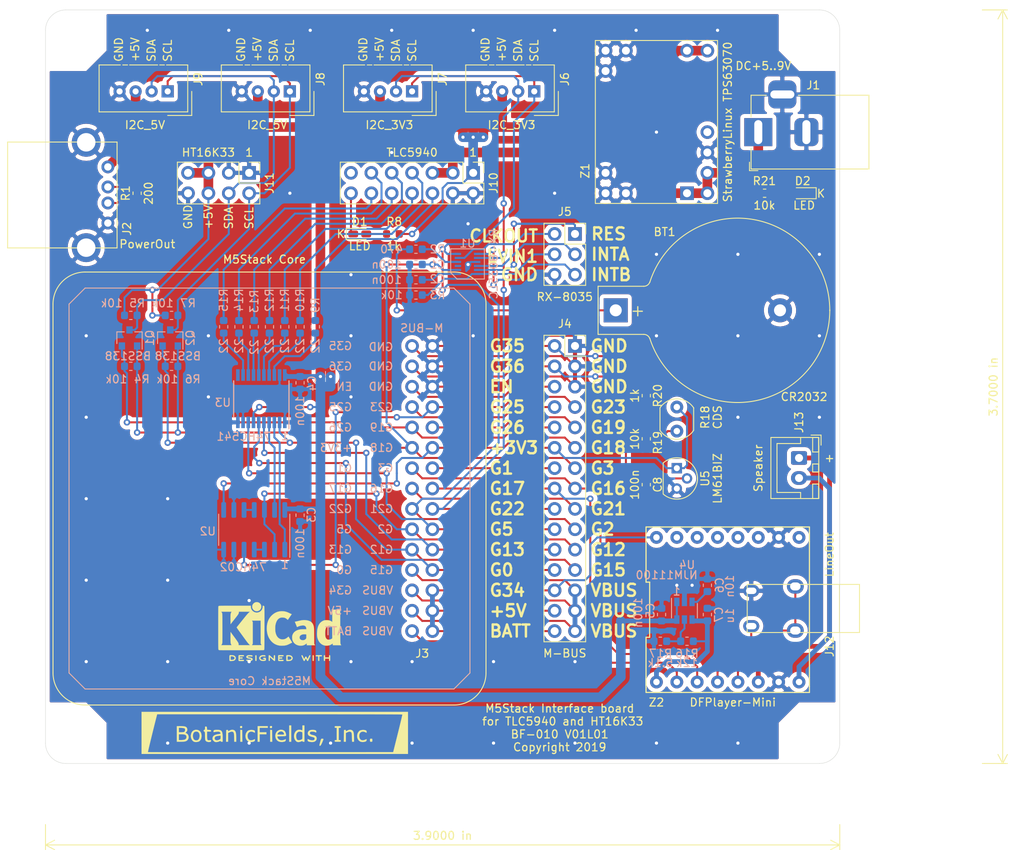
<source format=kicad_pcb>
(kicad_pcb (version 20171130) (host pcbnew "(5.1.4)-1")
  (title_block (title BF-010) (date 2019-10-13) (rev V01L01) (company "Copyright 2019 BotanicFields, Inc.") (comment 1 "M5Stack TLC I2C interface"))
  (layers (0 F.Cu signal) (31 B.Cu signal) (34 B.Paste user) (35 F.Paste user) (36 B.SilkS user) (37 F.SilkS user) (38 B.Mask user) (39 F.Mask user) (44 Edge.Cuts user))
  (net 0 "")
  (net 1 GND)
  (net 2 "Net-(BT1-Pad1)")
  (net 3 +3V3)
  (net 4 "Net-(C2-Pad1)")
  (net 5 VCC)
  (net 6 "Net-(C6-Pad1)")
  (net 7 "Net-(C7-Pad1)")
  (net 8 /GPIO36)
  (net 9 /XERR)
  (net 10 "Net-(D1-Pad2)")
  (net 11 VD)
  (net 12 "Net-(J2-Pad3)")
  (net 13 "Net-(J2-Pad2)")
  (net 14 /GPIO35)
  (net 15 /EN)
  (net 16 /GPIO23)
  (net 17 /GPIO25)
  (net 18 /GPIO19)
  (net 19 /GPIO26)
  (net 20 /GPIO18)
  (net 21 /GPIO3)
  (net 22 /GPIO1)
  (net 23 /GPIO16)
  (net 24 /GPIO17)
  (net 25 /GPIO21)
  (net 26 /GPIO2)
  (net 27 /GPIO5)
  (net 28 /GPIO12)
  (net 29 /GPIO13)
  (net 30 /GPIO15)
  (net 31 /GPIO0)
  (net 32 VBUS)
  (net 33 /GPIO34)
  (net 34 +5V)
  (net 35 +BATT)
  (net 36 "Net-(J5-Pad1)")
  (net 37 "Net-(J5-Pad2)")
  (net 38 "Net-(J5-Pad3)")
  (net 39 "Net-(J5-Pad4)")
  (net 40 "Net-(J5-Pad5)")
  (net 41 /SCL5V)
  (net 42 /VPRG)
  (net 43 /MOSI)
  (net 44 /SCLK)
  (net 45 /XLAT)
  (net 46 /BLANK)
  (net 47 /DCPRG)
  (net 48 /GSCLK)
  (net 49 "Net-(J12-PadT)")
  (net 50 "Net-(J12-PadR)")
  (net 51 "Net-(J13-Pad1)")
  (net 52 "Net-(J13-Pad2)")
  (net 53 "Net-(R2-Pad1)")
  (net 54 "Net-(R9-Pad2)")
  (net 55 "Net-(R10-Pad2)")
  (net 56 "Net-(R11-Pad2)")
  (net 57 "Net-(R12-Pad2)")
  (net 58 "Net-(R13-Pad2)")
  (net 59 "Net-(R14-Pad2)")
  (net 60 "Net-(R15-Pad2)")
  (net 61 "Net-(R16-Pad2)")
  (net 62 "Net-(R18-Pad2)")
  (net 63 "Net-(U2-Pad1)")
  (net 64 "Net-(U2-Pad3)")
  (net 65 "Net-(U2-Pad10)")
  (net 66 "Net-(U2-Pad13)")
  (net 67 /SDA5V)
  (net 68 /GPIO22)
  (net 69 "Net-(D2-Pad2)")
  (module Symbol:KiCad-Logo2_6mm_SilkScreen (layer F.Cu) (at 128.27 127.635)
    (fp_text reference REF** hide)
    (fp_text value KiCad-Logo2_6mm_SilkScreen hide)
  )
  (module bf:BF@logo (layer F.Cu) (at 127.635 140.97)
    (fp_text reference G*** hide)
    (fp_text value LOGO hide)
  )
  (module MountingHole:MountingHole_3.2mm_M3 (layer F.Cu) (at 194.31 140.97)
    (fp_text reference REF**)
    (fp_text value MountingHole_3.2mm_M3)
    (pad 1 np_thru_hole circle (at 0 0) (size 3.2 3.2) (drill 3.2) (layers *.Cu *.Mask))
  )
  (module bf:BF@M5Stack-Base (layer F.Cu) (at 127 110.49)
    (fp_text reference J3 (at 19.05 20.574) (layer F.SilkS))
    (fp_text value M-BUS)
    (fp_text user M-BUS (at 19 -20) (layer B.SilkS) (effects (justify mirror)))
    (fp_text user "M5Stack Core" (at 0 24) (layer B.SilkS) (effects (justify mirror)))
    (fp_text user G35 (at 8.843095 -17.78) (layer B.SilkS) (effects (justify mirror)))
    (fp_text user G36 (at 8.843095 -15.24) (layer B.SilkS) (effects (justify mirror)))
    (fp_text user EN (at 9.319285 -12.7) (layer B.SilkS) (effects (justify mirror)))
    (fp_text user G25 (at 8.843095 -10.16) (layer B.SilkS) (effects (justify mirror)))
    (fp_text user G26 (at 8.843095 -7.62) (layer B.SilkS) (effects (justify mirror)))
    (fp_text user +3V3 (at 8.295476 -5.08) (layer B.SilkS) (effects (justify mirror)))
    (fp_text user G1 (at 9.319285 -2.54) (layer B.SilkS) (effects (justify mirror)))
    (fp_text user G17 (at 8.843095 0) (layer B.SilkS) (effects (justify mirror)))
    (fp_text user G22 (at 8.843095 2.54) (layer B.SilkS) (effects (justify mirror)))
    (fp_text user G5 (at 9.319285 5.08) (layer B.SilkS) (effects (justify mirror)))
    (fp_text user G13 (at 8.843095 7.62) (layer B.SilkS) (effects (justify mirror)))
    (fp_text user G0 (at 9.319285 10.16) (layer B.SilkS) (effects (justify mirror)))
    (fp_text user G34 (at 8.843095 12.7) (layer B.SilkS) (effects (justify mirror)))
    (fp_text user +5V (at 8.771666 15.24) (layer B.SilkS) (effects (justify mirror)))
    (fp_text user BATT (at 8.605 17.78) (layer B.SilkS) (effects (justify mirror)))
    (fp_text user VBUS (at 13.495 17.78) (layer B.SilkS) (effects (justify mirror)))
    (fp_text user VBUS (at 13.495 15.24) (layer B.SilkS) (effects (justify mirror)))
    (fp_text user VBUS (at 13.495 12.7) (layer B.SilkS) (effects (justify mirror)))
    (fp_text user G15 (at 13.971191 10.16) (layer B.SilkS) (effects (justify mirror)))
    (fp_text user G12 (at 13.971191 7.62) (layer B.SilkS) (effects (justify mirror)))
    (fp_text user G2 (at 14.447381 5.08) (layer B.SilkS) (effects (justify mirror)))
    (fp_text user G21 (at 13.971191 2.54) (layer B.SilkS) (effects (justify mirror)))
    (fp_text user G16 (at 13.971191 0) (layer B.SilkS) (effects (justify mirror)))
    (fp_text user G3 (at 14.447381 -2.54) (layer B.SilkS) (effects (justify mirror)))
    (fp_text user G18 (at 13.971191 -5.08) (layer B.SilkS) (effects (justify mirror)))
    (fp_text user G19 (at 13.971191 -7.62) (layer B.SilkS) (effects (justify mirror)))
    (fp_text user G23 (at 13.971191 -10.16) (layer B.SilkS) (effects (justify mirror)))
    (fp_text user GND (at 13.899762 -12.7) (layer B.SilkS) (effects (justify mirror)))
    (fp_text user GND (at 13.899762 -17.653) (layer B.SilkS) (effects (justify mirror)))
    (fp_text user GND (at 13.899762 -15.24) (layer B.SilkS) (effects (justify mirror)))
    (fp_text user "M5Stack Core" (at -0.635 -28.575) (layer F.SilkS))
    (pad 30 thru_hole circle (at 17.78 17.78) (size 1.7 1.7) (drill 1) (layers *.Cu *.Mask) (net 35 +BATT))
    (pad 29 thru_hole circle (at 20.32 17.78) (size 1.7 1.7) (drill 1) (layers *.Cu *.Mask) (net 32 VBUS))
    (pad 28 thru_hole circle (at 17.78 15.24) (size 1.7 1.7) (drill 1) (layers *.Cu *.Mask) (net 34 +5V))
    (pad 27 thru_hole circle (at 20.32 15.24) (size 1.7 1.7) (drill 1) (layers *.Cu *.Mask) (net 32 VBUS))
    (pad 26 thru_hole circle (at 17.78 12.7) (size 1.7 1.7) (drill 1) (layers *.Cu *.Mask) (net 33 /GPIO34))
    (pad 25 thru_hole circle (at 20.32 12.7) (size 1.7 1.7) (drill 1) (layers *.Cu *.Mask) (net 32 VBUS))
    (pad 24 thru_hole circle (at 17.78 10.16) (size 1.7 1.7) (drill 1) (layers *.Cu *.Mask) (net 31 /GPIO0))
    (pad 23 thru_hole circle (at 20.32 10.16) (size 1.7 1.7) (drill 1) (layers *.Cu *.Mask) (net 30 /GPIO15))
    (pad 22 thru_hole circle (at 17.78 7.62) (size 1.7 1.7) (drill 1) (layers *.Cu *.Mask) (net 29 /GPIO13))
    (pad 21 thru_hole circle (at 20.32 7.62) (size 1.7 1.7) (drill 1) (layers *.Cu *.Mask) (net 28 /GPIO12))
    (pad 20 thru_hole circle (at 17.78 5.08) (size 1.7 1.7) (drill 1) (layers *.Cu *.Mask) (net 27 /GPIO5))
    (pad 19 thru_hole circle (at 20.32 5.08) (size 1.7 1.7) (drill 1) (layers *.Cu *.Mask) (net 26 /GPIO2))
    (pad 18 thru_hole circle (at 17.78 2.54) (size 1.7 1.7) (drill 1) (layers *.Cu *.Mask) (net 68 /GPIO22))
    (pad 17 thru_hole circle (at 20.32 2.54) (size 1.7 1.7) (drill 1) (layers *.Cu *.Mask) (net 25 /GPIO21))
    (pad 16 thru_hole circle (at 17.78 0) (size 1.7 1.7) (drill 1) (layers *.Cu *.Mask) (net 24 /GPIO17))
    (pad 15 thru_hole circle (at 20.32 0) (size 1.7 1.7) (drill 1) (layers *.Cu *.Mask) (net 23 /GPIO16))
    (pad 14 thru_hole circle (at 17.78 -2.54) (size 1.7 1.7) (drill 1) (layers *.Cu *.Mask) (net 22 /GPIO1))
    (pad 13 thru_hole circle (at 20.32 -2.54) (size 1.7 1.7) (drill 1) (layers *.Cu *.Mask) (net 21 /GPIO3))
    (pad 12 thru_hole circle (at 17.78 -5.08) (size 1.7 1.7) (drill 1) (layers *.Cu *.Mask) (net 3 +3V3))
    (pad 11 thru_hole circle (at 20.32 -5.08) (size 1.7 1.7) (drill 1) (layers *.Cu *.Mask) (net 20 /GPIO18))
    (pad 10 thru_hole circle (at 17.78 -7.62) (size 1.7 1.7) (drill 1) (layers *.Cu *.Mask) (net 19 /GPIO26))
    (pad 9 thru_hole circle (at 20.32 -7.62) (size 1.7 1.7) (drill 1) (layers *.Cu *.Mask) (net 18 /GPIO19))
    (pad 8 thru_hole circle (at 17.78 -10.16) (size 1.7 1.7) (drill 1) (layers *.Cu *.Mask) (net 17 /GPIO25))
    (pad 7 thru_hole circle (at 20.32 -10.16) (size 1.7 1.7) (drill 1) (layers *.Cu *.Mask) (net 16 /GPIO23))
    (pad 6 thru_hole circle (at 17.78 -12.7) (size 1.7 1.7) (drill 1) (layers *.Cu *.Mask) (net 15 /EN))
    (pad 5 thru_hole circle (at 20.32 -12.7) (size 1.7 1.7) (drill 1) (layers *.Cu *.Mask) (net 1 GND))
    (pad 4 thru_hole circle (at 17.78 -15.24) (size 1.7 1.7) (drill 1) (layers *.Cu *.Mask) (net 8 /GPIO36))
    (pad 3 thru_hole circle (at 20.32 -15.24) (size 1.7 1.7) (drill 1) (layers *.Cu *.Mask) (net 1 GND))
    (pad 2 thru_hole circle (at 17.78 -17.78) (size 1.7 1.7) (drill 1) (layers *.Cu *.Mask) (net 14 /GPIO35))
    (pad 1 thru_hole circle (at 20.32 -17.78) (size 1.7 1.7) (drill 1) (layers *.Cu *.Mask) (net 1 GND))
  )
  (module LED_SMD:LED_0603_1608Metric_Castellated (layer F.Cu) (at 138.2525 78.74)
    (fp_text reference D1 (at 0 -1.524) (layer F.SilkS))
    (fp_text value LED (at 0 1.524) (layer F.SilkS))
    (pad 2 smd roundrect (at 0.8125 0) (size 1.225 0.85) (layers F.Cu F.Paste F.Mask) (net 10 "Net-(D1-Pad2)"))
    (pad 1 smd roundrect (at -0.8125 0) (size 1.225 0.85) (layers F.Cu F.Paste F.Mask) (net 9 /XERR))
  )
  (module Resistor_SMD:R_0603_1608Metric (layer F.Cu) (at 142.3925 78.74 180)
    (fp_text reference R8 (at -0.162779 1.524) (layer F.SilkS))
    (fp_text value 1k (at -0.1015 -1.524) (layer F.SilkS))
    (pad 2 smd roundrect (at 0.7875 0 180) (size 0.875 0.95) (layers F.Cu F.Paste F.Mask) (net 10 "Net-(D1-Pad2)"))
    (pad 1 smd roundrect (at -0.7875 0 180) (size 0.875 0.95) (layers F.Cu F.Paste F.Mask) (net 5 VCC))
  )
  (module MountingHole:MountingHole_3.2mm_M3 (layer F.Cu) (at 102.87 140.97)
    (fp_text reference REF**)
    (fp_text value MountingHole_3.2mm_M3)
    (pad 1 np_thru_hole circle (at 0 0) (size 3.2 3.2) (drill 3.2) (layers *.Cu *.Mask))
  )
  (module MountingHole:MountingHole_3.2mm_M3 (layer F.Cu) (at 194.31 54.61)
    (fp_text reference REF**)
    (fp_text value MountingHole_3.2mm_M3)
    (pad 1 np_thru_hole circle (at 0 0) (size 3.2 3.2) (drill 3.2) (layers *.Cu *.Mask))
  )
  (module MountingHole:MountingHole_3.2mm_M3 (layer F.Cu) (at 102.87 54.61)
    (fp_text reference REF**)
    (fp_text value MountingHole_3.2mm_M3)
    (pad 1 np_thru_hole circle (at 0 0) (size 3.2 3.2) (drill 3.2) (layers *.Cu *.Mask))
  )
  (module Connector_PinHeader_2.54mm:PinHeader_2x07_P2.54mm_Vertical (layer F.Cu) (at 152.4 71.12 270)
    (fp_text reference J10 (at 1.27 -2.54 90) (layer F.SilkS))
    (fp_text value TLC5940 (at -2.54 7.62 180) (layer F.SilkS))
    (pad 14 thru_hole oval (at 2.54 15.24 270) (size 1.7 1.7) (drill 1) (layers *.Cu *.Mask) (net 9 /XERR))
    (pad 13 thru_hole oval (at 0 15.24 270) (size 1.7 1.7) (drill 1) (layers *.Cu *.Mask))
    (pad 12 thru_hole oval (at 2.54 12.7 270) (size 1.7 1.7) (drill 1) (layers *.Cu *.Mask) (net 48 /GSCLK))
    (pad 11 thru_hole oval (at 0 12.7 270) (size 1.7 1.7) (drill 1) (layers *.Cu *.Mask) (net 47 /DCPRG))
    (pad 10 thru_hole oval (at 2.54 10.16 270) (size 1.7 1.7) (drill 1) (layers *.Cu *.Mask) (net 46 /BLANK))
    (pad 9 thru_hole oval (at 0 10.16 270) (size 1.7 1.7) (drill 1) (layers *.Cu *.Mask) (net 45 /XLAT))
    (pad 8 thru_hole oval (at 2.54 7.62 270) (size 1.7 1.7) (drill 1) (layers *.Cu *.Mask) (net 44 /SCLK))
    (pad 7 thru_hole oval (at 0 7.62 270) (size 1.7 1.7) (drill 1) (layers *.Cu *.Mask) (net 43 /MOSI))
    (pad 6 thru_hole oval (at 2.54 5.08 270) (size 1.7 1.7) (drill 1) (layers *.Cu *.Mask) (net 42 /VPRG))
    (pad 5 thru_hole oval (at 0 5.08 270) (size 1.7 1.7) (drill 1) (layers *.Cu *.Mask) (net 11 VD))
    (pad 4 thru_hole oval (at 2.54 2.54 270) (size 1.7 1.7) (drill 1) (layers *.Cu *.Mask) (net 1 GND))
    (pad 3 thru_hole oval (at 0 2.54 270) (size 1.7 1.7) (drill 1) (layers *.Cu *.Mask) (net 11 VD))
    (pad 2 thru_hole oval (at 2.54 0 270) (size 1.7 1.7) (drill 1) (layers *.Cu *.Mask) (net 1 GND))
    (pad 1 thru_hole rect (at 0 0 270) (size 1.7 1.7) (drill 1) (layers *.Cu *.Mask) (net 5 VCC))
  )
  (module Capacitor_SMD:C_0603_1608Metric (layer B.Cu) (at 145.2625 82.55 180)
    (fp_text reference C1 (at -2.6925 0 180) (layer B.SilkS) (effects (justify mirror)))
    (fp_text value 100n (at 3.6575 0 180) (layer B.SilkS) (effects (justify mirror)))
    (pad 2 smd roundrect (at 0.7875 0 180) (size 0.875 0.95) (layers B.Cu B.Paste B.Mask) (net 1 GND))
    (pad 1 smd roundrect (at -0.7875 0 180) (size 0.875 0.95) (layers B.Cu B.Paste B.Mask) (net 3 +3V3))
  )
  (module Capacitor_SMD:C_0603_1608Metric (layer B.Cu) (at 145.2625 84.455 180)
    (fp_text reference C2 (at -2.6925 0.08 180) (layer B.SilkS) (effects (justify mirror)))
    (fp_text value 100n (at 3.6575 0 180) (layer B.SilkS) (effects (justify mirror)))
    (pad 2 smd roundrect (at 0.7875 0 180) (size 0.875 0.95) (layers B.Cu B.Paste B.Mask) (net 1 GND))
    (pad 1 smd roundrect (at -0.7875 0 180) (size 0.875 0.95) (layers B.Cu B.Paste B.Mask) (net 4 "Net-(C2-Pad1)"))
  )
  (module Capacitor_SMD:C_0603_1608Metric (layer B.Cu) (at 130.81 113.8175 270)
    (fp_text reference C3 (at -0.0509 -1.4224 90) (layer B.SilkS) (effects (justify mirror)))
    (fp_text value 100n (at 3.5305 0 90) (layer B.SilkS) (effects (justify mirror)))
    (pad 2 smd roundrect (at 0.7875 0 270) (size 0.875 0.95) (layers B.Cu B.Paste B.Mask) (net 1 GND))
    (pad 1 smd roundrect (at -0.7875 0 270) (size 0.875 0.95) (layers B.Cu B.Paste B.Mask) (net 5 VCC))
  )
  (module Capacitor_SMD:C_0603_1608Metric (layer B.Cu) (at 130.81 97.3075 270)
    (fp_text reference C4 (at 0.0761 -1.4732 90) (layer B.SilkS) (effects (justify mirror)))
    (fp_text value 100n (at 3.5305 0 90) (layer B.SilkS) (effects (justify mirror)))
    (pad 2 smd roundrect (at 0.7875 0 270) (size 0.875 0.95) (layers B.Cu B.Paste B.Mask) (net 1 GND))
    (pad 1 smd roundrect (at -0.7875 0 270) (size 0.875 0.95) (layers B.Cu B.Paste B.Mask) (net 5 VCC))
  )
  (module Capacitor_SMD:C_0603_1608Metric (layer B.Cu) (at 175.895 126.2125 90)
    (fp_text reference C5 (at 0.4825 -1.397 270) (layer B.SilkS) (effects (justify mirror)))
    (fp_text value 100n (at 0.2285 -2.921 270) (layer B.SilkS) (effects (justify mirror)))
    (pad 2 smd roundrect (at 0.7875 0 90) (size 0.875 0.95) (layers B.Cu B.Paste B.Mask) (net 1 GND))
    (pad 1 smd roundrect (at -0.7875 0 90) (size 0.875 0.95) (layers B.Cu B.Paste B.Mask) (net 5 VCC))
  )
  (module Capacitor_SMD:C_0603_1608Metric (layer B.Cu) (at 181.61 122.555 90)
    (fp_text reference C6 (at 0 1.524 270) (layer B.SilkS) (effects (justify mirror)))
    (fp_text value 10n (at -0.127 2.794 270) (layer B.SilkS) (effects (justify mirror)))
    (pad 2 smd roundrect (at 0.7875 0 90) (size 0.875 0.95) (layers B.Cu B.Paste B.Mask) (net 1 GND))
    (pad 1 smd roundrect (at -0.7875 0 90) (size 0.875 0.95) (layers B.Cu B.Paste B.Mask) (net 6 "Net-(C6-Pad1)"))
  )
  (module Capacitor_SMD:C_0603_1608Metric (layer B.Cu) (at 181.61 126.2125 90)
    (fp_text reference C7 (at 0 1.43 90) (layer B.SilkS) (effects (justify mirror)))
    (fp_text value 1u (at -0.1525 2.794 90) (layer B.SilkS) (effects (justify mirror)))
    (pad 2 smd roundrect (at 0.7875 0 90) (size 0.875 0.95) (layers B.Cu B.Paste B.Mask) (net 1 GND))
    (pad 1 smd roundrect (at -0.7875 0 90) (size 0.875 0.95) (layers B.Cu B.Paste B.Mask) (net 7 "Net-(C7-Pad1)"))
  )
  (module Capacitor_SMD:C_0603_1608Metric (layer F.Cu) (at 173.99 110.0075 270)
    (fp_text reference C8 (at 0 -1.43 90) (layer F.SilkS))
    (fp_text value 100n (at 0 1.43 90) (layer F.SilkS))
    (pad 2 smd roundrect (at 0.7875 0 270) (size 0.875 0.95) (layers F.Cu F.Paste F.Mask) (net 1 GND))
    (pad 1 smd roundrect (at -0.7875 0 270) (size 0.875 0.95) (layers F.Cu F.Paste F.Mask) (net 8 /GPIO36))
  )
  (module Connector_BarrelJack:BarrelJack_Horizontal (layer F.Cu) (at 187.96 66.04 180)
    (fp_text reference J1 (at -6.858 5.842) (layer F.SilkS))
    (fp_text value DC+5..9V (at -0.635 8.255) (layer F.SilkS))
    (pad 3 thru_hole roundrect (at -3 4.7 180) (size 3.5 3.5) (drill oval 3 1) (layers *.Cu *.Mask) (net 1 GND))
    (pad 2 thru_hole roundrect (at -6 0 180) (size 3 3.5) (drill oval 1 3) (layers *.Cu *.Mask) (net 1 GND))
    (pad 1 thru_hole rect (at 0 0 180) (size 3.5 3.5) (drill oval 1 3) (layers *.Cu *.Mask) (net 11 VD))
  )
  (module bf:BF@USB-A-5075AR (layer F.Cu) (at 94.34 73.88 90)
    (fp_text reference J2 (at -4.225 14.88 90) (layer F.SilkS))
    (fp_text value PowerOut (at -6.13 17.42 180) (layer F.SilkS))
    (pad 1 thru_hole circle (at 3.5 12.5 90) (size 1.6 1.6) (drill 0.92) (layers *.Cu *.Mask) (net 5 VCC))
    (pad 2 thru_hole circle (at 1 12.5 90) (size 1.6 1.6) (drill 0.92) (layers *.Cu *.Mask) (net 13 "Net-(J2-Pad2)"))
    (pad 3 thru_hole circle (at -1 12.5 90) (size 1.6 1.6) (drill 0.92) (layers *.Cu *.Mask) (net 12 "Net-(J2-Pad3)"))
    (pad 5 thru_hole circle (at 6.57 9.8 90) (size 3.6 3.6) (drill 2.3) (layers *.Cu *.Mask) (net 1 GND))
    (pad 5 thru_hole circle (at -6.57 9.8 90) (size 3.6 3.6) (drill 2.3) (layers *.Cu *.Mask) (net 1 GND))
    (pad 4 thru_hole circle (at -3.5 12.5 90) (size 1.6 1.6) (drill 0.92) (layers *.Cu *.Mask) (net 1 GND))
  )
  (module Connector_PinSocket_2.54mm:PinSocket_2x15_P2.54mm_Vertical (layer F.Cu) (at 165.1 92.71)
    (fp_text reference J4 (at -1.27 -2.77) (layer F.SilkS))
    (fp_text value M-BUS (at -1.27 38.33) (layer F.SilkS))
    (pad 30 thru_hole oval (at -2.54 35.56) (size 1.7 1.7) (drill 1) (layers *.Cu *.Mask) (net 35 +BATT))
    (pad 29 thru_hole oval (at 0 35.56) (size 1.7 1.7) (drill 1) (layers *.Cu *.Mask) (net 32 VBUS))
    (pad 28 thru_hole oval (at -2.54 33.02) (size 1.7 1.7) (drill 1) (layers *.Cu *.Mask) (net 34 +5V))
    (pad 27 thru_hole oval (at 0 33.02) (size 1.7 1.7) (drill 1) (layers *.Cu *.Mask) (net 32 VBUS))
    (pad 26 thru_hole oval (at -2.54 30.48) (size 1.7 1.7) (drill 1) (layers *.Cu *.Mask) (net 33 /GPIO34))
    (pad 25 thru_hole oval (at 0 30.48) (size 1.7 1.7) (drill 1) (layers *.Cu *.Mask) (net 32 VBUS))
    (pad 24 thru_hole oval (at -2.54 27.94) (size 1.7 1.7) (drill 1) (layers *.Cu *.Mask) (net 31 /GPIO0))
    (pad 23 thru_hole oval (at 0 27.94) (size 1.7 1.7) (drill 1) (layers *.Cu *.Mask) (net 30 /GPIO15))
    (pad 22 thru_hole oval (at -2.54 25.4) (size 1.7 1.7) (drill 1) (layers *.Cu *.Mask) (net 29 /GPIO13))
    (pad 21 thru_hole oval (at 0 25.4) (size 1.7 1.7) (drill 1) (layers *.Cu *.Mask) (net 28 /GPIO12))
    (pad 20 thru_hole oval (at -2.54 22.86) (size 1.7 1.7) (drill 1) (layers *.Cu *.Mask) (net 27 /GPIO5))
    (pad 19 thru_hole oval (at 0 22.86) (size 1.7 1.7) (drill 1) (layers *.Cu *.Mask) (net 26 /GPIO2))
    (pad 18 thru_hole oval (at -2.54 20.32) (size 1.7 1.7) (drill 1) (layers *.Cu *.Mask) (net 68 /GPIO22))
    (pad 17 thru_hole oval (at 0 20.32) (size 1.7 1.7) (drill 1) (layers *.Cu *.Mask) (net 25 /GPIO21))
    (pad 16 thru_hole oval (at -2.54 17.78) (size 1.7 1.7) (drill 1) (layers *.Cu *.Mask) (net 24 /GPIO17))
    (pad 15 thru_hole oval (at 0 17.78) (size 1.7 1.7) (drill 1) (layers *.Cu *.Mask) (net 23 /GPIO16))
    (pad 14 thru_hole oval (at -2.54 15.24) (size 1.7 1.7) (drill 1) (layers *.Cu *.Mask) (net 22 /GPIO1))
    (pad 13 thru_hole oval (at 0 15.24) (size 1.7 1.7) (drill 1) (layers *.Cu *.Mask) (net 21 /GPIO3))
    (pad 12 thru_hole oval (at -2.54 12.7) (size 1.7 1.7) (drill 1) (layers *.Cu *.Mask) (net 3 +3V3))
    (pad 11 thru_hole oval (at 0 12.7) (size 1.7 1.7) (drill 1) (layers *.Cu *.Mask) (net 20 /GPIO18))
    (pad 10 thru_hole oval (at -2.54 10.16) (size 1.7 1.7) (drill 1) (layers *.Cu *.Mask) (net 19 /GPIO26))
    (pad 9 thru_hole oval (at 0 10.16) (size 1.7 1.7) (drill 1) (layers *.Cu *.Mask) (net 18 /GPIO19))
    (pad 8 thru_hole oval (at -2.54 7.62) (size 1.7 1.7) (drill 1) (layers *.Cu *.Mask) (net 17 /GPIO25))
    (pad 7 thru_hole oval (at 0 7.62) (size 1.7 1.7) (drill 1) (layers *.Cu *.Mask) (net 16 /GPIO23))
    (pad 6 thru_hole oval (at -2.54 5.08) (size 1.7 1.7) (drill 1) (layers *.Cu *.Mask) (net 15 /EN))
    (pad 5 thru_hole oval (at 0 5.08) (size 1.7 1.7) (drill 1) (layers *.Cu *.Mask) (net 1 GND))
    (pad 4 thru_hole oval (at -2.54 2.54) (size 1.7 1.7) (drill 1) (layers *.Cu *.Mask) (net 8 /GPIO36))
    (pad 3 thru_hole oval (at 0 2.54) (size 1.7 1.7) (drill 1) (layers *.Cu *.Mask) (net 1 GND))
    (pad 2 thru_hole oval (at -2.54 0) (size 1.7 1.7) (drill 1) (layers *.Cu *.Mask) (net 14 /GPIO35))
    (pad 1 thru_hole rect (at 0 0) (size 1.7 1.7) (drill 1) (layers *.Cu *.Mask) (net 1 GND))
  )
  (module Connector:NS-Tech_Grove_1x04_P2mm_Vertical (layer F.Cu) (at 160.02 60.96 270)
    (fp_text reference J6 (at -1.524 -3.81 90) (layer F.SilkS))
    (fp_text value I2C_3V3 (at 4.19 2.83) (layer F.SilkS))
    (pad 4 thru_hole circle (at 0 6 270) (size 1.524 1.524) (drill 0.762) (layers *.Cu *.Mask) (net 1 GND))
    (pad 3 thru_hole circle (at 0 4 270) (size 1.524 1.524) (drill 0.762) (layers *.Cu *.Mask) (net 5 VCC))
    (pad 2 thru_hole circle (at 0 2 270) (size 1.524 1.524) (drill 0.762) (layers *.Cu *.Mask) (net 25 /GPIO21))
    (pad 1 thru_hole rect (at 0 0 270) (size 1.524 1.524) (drill 0.762) (layers *.Cu *.Mask) (net 68 /GPIO22))
  )
  (module Connector:NS-Tech_Grove_1x04_P2mm_Vertical (layer F.Cu) (at 144.78 60.96 270)
    (fp_text reference J7 (at -1.524 -3.81 90) (layer F.SilkS))
    (fp_text value I2C_3V3 (at 4.19 2.83) (layer F.SilkS))
    (pad 4 thru_hole circle (at 0 6 270) (size 1.524 1.524) (drill 0.762) (layers *.Cu *.Mask) (net 1 GND))
    (pad 3 thru_hole circle (at 0 4 270) (size 1.524 1.524) (drill 0.762) (layers *.Cu *.Mask) (net 5 VCC))
    (pad 2 thru_hole circle (at 0 2 270) (size 1.524 1.524) (drill 0.762) (layers *.Cu *.Mask) (net 25 /GPIO21))
    (pad 1 thru_hole rect (at 0 0 270) (size 1.524 1.524) (drill 0.762) (layers *.Cu *.Mask) (net 68 /GPIO22))
  )
  (module Connector:NS-Tech_Grove_1x04_P2mm_Vertical (layer F.Cu) (at 129.54 60.96 270)
    (fp_text reference J8 (at -1.524 -3.81 90) (layer F.SilkS))
    (fp_text value I2C_5V (at 4.19 2.83) (layer F.SilkS))
    (pad 4 thru_hole circle (at 0 6 270) (size 1.524 1.524) (drill 0.762) (layers *.Cu *.Mask) (net 1 GND))
    (pad 3 thru_hole circle (at 0 4 270) (size 1.524 1.524) (drill 0.762) (layers *.Cu *.Mask) (net 5 VCC))
    (pad 2 thru_hole circle (at 0 2 270) (size 1.524 1.524) (drill 0.762) (layers *.Cu *.Mask) (net 67 /SDA5V))
    (pad 1 thru_hole rect (at 0 0 270) (size 1.524 1.524) (drill 0.762) (layers *.Cu *.Mask) (net 41 /SCL5V))
  )
  (module Connector:NS-Tech_Grove_1x04_P2mm_Vertical (layer F.Cu) (at 114.3 60.96 270)
    (fp_text reference J9 (at -1.524 -3.81 90) (layer F.SilkS))
    (fp_text value I2C_5V (at 4.19 2.83) (layer F.SilkS))
    (pad 4 thru_hole circle (at 0 6 270) (size 1.524 1.524) (drill 0.762) (layers *.Cu *.Mask) (net 1 GND))
    (pad 3 thru_hole circle (at 0 4 270) (size 1.524 1.524) (drill 0.762) (layers *.Cu *.Mask) (net 5 VCC))
    (pad 2 thru_hole circle (at 0 2 270) (size 1.524 1.524) (drill 0.762) (layers *.Cu *.Mask) (net 67 /SDA5V))
    (pad 1 thru_hole rect (at 0 0 270) (size 1.524 1.524) (drill 0.762) (layers *.Cu *.Mask) (net 41 /SCL5V))
  )
  (module Connector_PinHeader_2.54mm:PinHeader_2x04_P2.54mm_Vertical (layer F.Cu) (at 124.46 71.12 270)
    (fp_text reference J11 (at 1.27 -2.54 90) (layer F.SilkS))
    (fp_text value HT16K33 (at -2.54 5.08 180) (layer F.SilkS))
    (pad 8 thru_hole oval (at 2.54 7.62 270) (size 1.7 1.7) (drill 1) (layers *.Cu *.Mask) (net 1 GND))
    (pad 7 thru_hole oval (at 0 7.62 270) (size 1.7 1.7) (drill 1) (layers *.Cu *.Mask) (net 5 VCC))
    (pad 6 thru_hole oval (at 2.54 5.08 270) (size 1.7 1.7) (drill 1) (layers *.Cu *.Mask) (net 5 VCC))
    (pad 5 thru_hole oval (at 0 5.08 270) (size 1.7 1.7) (drill 1) (layers *.Cu *.Mask) (net 5 VCC))
    (pad 4 thru_hole oval (at 2.54 2.54 270) (size 1.7 1.7) (drill 1) (layers *.Cu *.Mask) (net 67 /SDA5V))
    (pad 3 thru_hole oval (at 0 2.54 270) (size 1.7 1.7) (drill 1) (layers *.Cu *.Mask) (net 1 GND))
    (pad 2 thru_hole oval (at 2.54 0 270) (size 1.7 1.7) (drill 1) (layers *.Cu *.Mask) (net 41 /SCL5V))
    (pad 1 thru_hole rect (at 0 0 270) (size 1.7 1.7) (drill 1) (layers *.Cu *.Mask) (net 1 GND))
  )
  (module bf:BF@MJ8435 (layer F.Cu) (at 198.08 125.45 270)
    (fp_text reference J12 (at 4.725 1.23 90) (layer F.SilkS))
    (fp_text value LineOut (at -6.705 1.23 90) (layer F.SilkS))
    (pad T thru_hole oval (at 2.75 5.5 270) (size 1.8 2.1) (drill oval 1 1.3) (layers *.Cu *.Mask) (net 49 "Net-(J12-PadT)"))
    (pad R thru_hole oval (at 2.2 11 270) (size 1.5 2) (drill oval 0.8 1.3) (layers *.Cu *.Mask) (net 50 "Net-(J12-PadR)"))
    (pad S thru_hole oval (at -2.2 11 270) (size 1.5 2) (drill oval 0.8 1.3) (layers *.Cu *.Mask) (net 1 GND))
    (pad T thru_hole oval (at -2.75 5.5 270) (size 1.8 2.1) (drill oval 1 1.3) (layers *.Cu *.Mask) (net 49 "Net-(J12-PadT)"))
  )
  (module Connector_JST:JST_XH_B2B-XH-A_1x02_P2.50mm_Vertical (layer F.Cu) (at 193.04 106.68 270)
    (fp_text reference J13 (at -4.445 0 90) (layer F.SilkS))
    (fp_text value Speaker (at 1.27 5.08 90) (layer F.SilkS))
    (pad 2 thru_hole oval (at 2.5 0 270) (size 1.7 2) (drill 1) (layers *.Cu *.Mask) (net 52 "Net-(J13-Pad2)"))
    (pad 1 thru_hole roundrect (at 0 0 270) (size 1.7 2) (drill 1) (layers *.Cu *.Mask) (roundrect_rratio 0.147059) (net 51 "Net-(J13-Pad1)"))
  )
  (module Package_TO_SOT_SMD:SOT-23 (layer B.Cu) (at 109.54 91.71 90)
    (fp_text reference Q1 (at 0 2.54 90) (layer B.SilkS) (effects (justify mirror)))
    (fp_text value BSS138 (at -2.27 -0.193) (layer B.SilkS) (effects (justify mirror)))
    (pad 3 smd rect (at 1 0 90) (size 0.9 0.8) (layers B.Cu B.Paste B.Mask) (net 67 /SDA5V))
    (pad 2 smd rect (at -1 -0.95 90) (size 0.9 0.8) (layers B.Cu B.Paste B.Mask) (net 19 /GPIO26))
    (pad 1 smd rect (at -1 0.95 90) (size 0.9 0.8) (layers B.Cu B.Paste B.Mask) (net 3 +3V3))
  )
  (module Package_TO_SOT_SMD:SOT-23 (layer B.Cu) (at 114.62 91.71 90)
    (fp_text reference Q2 (at 0 2.5 90) (layer B.SilkS) (effects (justify mirror)))
    (fp_text value BSS138 (at -2.27 0.95 180) (layer B.SilkS) (effects (justify mirror)))
    (pad 3 smd rect (at 1 0 90) (size 0.9 0.8) (layers B.Cu B.Paste B.Mask) (net 41 /SCL5V))
    (pad 2 smd rect (at -1 -0.95 90) (size 0.9 0.8) (layers B.Cu B.Paste B.Mask) (net 29 /GPIO13))
    (pad 1 smd rect (at -1 0.95 90) (size 0.9 0.8) (layers B.Cu B.Paste B.Mask) (net 3 +3V3))
  )
  (module Resistor_SMD:R_0603_1608Metric (layer F.Cu) (at 110.49 73.66 90)
    (fp_text reference R1 (at 0 -1.43 90) (layer F.SilkS))
    (fp_text value 200 (at 0 1.43 90) (layer F.SilkS))
    (pad 2 smd roundrect (at 0.7875 0 90) (size 0.875 0.95) (layers F.Cu F.Paste F.Mask) (net 13 "Net-(J2-Pad2)"))
    (pad 1 smd roundrect (at -0.7875 0 90) (size 0.875 0.95) (layers F.Cu F.Paste F.Mask) (net 12 "Net-(J2-Pad3)"))
  )
  (module Resistor_SMD:R_0603_1608Metric (layer B.Cu) (at 145.2625 80.645 180)
    (fp_text reference R2 (at -2.6925 0 180) (layer B.SilkS) (effects (justify mirror)))
    (fp_text value 470 (at 3.0225 0 180) (layer B.SilkS) (effects (justify mirror)))
    (pad 2 smd roundrect (at 0.7875 0 180) (size 0.875 0.95) (layers B.Cu B.Paste B.Mask) (net 2 "Net-(BT1-Pad1)"))
    (pad 1 smd roundrect (at -0.7875 0 180) (size 0.875 0.95) (layers B.Cu B.Paste B.Mask) (net 53 "Net-(R2-Pad1)"))
  )
  (module Resistor_SMD:R_0603_1608Metric (layer B.Cu) (at 145.2625 86.36 180)
    (fp_text reference R3 (at -2.6925 0 180) (layer B.SilkS) (effects (justify mirror)))
    (fp_text value 10k (at 3.0225 0 180) (layer B.SilkS) (effects (justify mirror)))
    (pad 2 smd roundrect (at 0.7875 0 180) (size 0.875 0.95) (layers B.Cu B.Paste B.Mask) (net 1 GND))
    (pad 1 smd roundrect (at -0.7875 0 180) (size 0.875 0.95) (layers B.Cu B.Paste B.Mask) (net 39 "Net-(J5-Pad4)"))
  )
  (module Resistor_SMD:R_0603_1608Metric (layer B.Cu) (at 109.7025 95.25 180)
    (fp_text reference R4 (at -1.3717 -1.6078 180) (layer B.SilkS) (effects (justify mirror)))
    (fp_text value 10k (at 1.8033 -1.6078 180) (layer B.SilkS) (effects (justify mirror)))
    (pad 2 smd roundrect (at 0.7875 0 180) (size 0.875 0.95) (layers B.Cu B.Paste B.Mask) (net 19 /GPIO26))
    (pad 1 smd roundrect (at -0.7875 0 180) (size 0.875 0.95) (layers B.Cu B.Paste B.Mask) (net 3 +3V3))
  )
  (module Resistor_SMD:R_0603_1608Metric (layer B.Cu) (at 109.7025 88.9)
    (fp_text reference R5 (at 0.7875 -1.524 180) (layer B.SilkS) (effects (justify mirror)))
    (fp_text value 10k (at -2.3875 -1.524 180) (layer B.SilkS) (effects (justify mirror)))
    (pad 2 smd roundrect (at 0.7875 0) (size 0.875 0.95) (layers B.Cu B.Paste B.Mask) (net 67 /SDA5V))
    (pad 1 smd roundrect (at -0.7875 0) (size 0.875 0.95) (layers B.Cu B.Paste B.Mask) (net 5 VCC))
  )
  (module Resistor_SMD:R_0603_1608Metric (layer B.Cu) (at 114.7825 95.25 180)
    (fp_text reference R6 (at -2.6417 -1.6078 180) (layer B.SilkS) (effects (justify mirror)))
    (fp_text value 10k (at 0.5333 -1.6078 180) (layer B.SilkS) (effects (justify mirror)))
    (pad 2 smd roundrect (at 0.7875 0 180) (size 0.875 0.95) (layers B.Cu B.Paste B.Mask) (net 29 /GPIO13))
    (pad 1 smd roundrect (at -0.7875 0 180) (size 0.875 0.95) (layers B.Cu B.Paste B.Mask) (net 3 +3V3))
  )
  (module Resistor_SMD:R_0603_1608Metric (layer B.Cu) (at 114.7825 88.9)
    (fp_text reference R7 (at 2.0575 -1.524 180) (layer B.SilkS) (effects (justify mirror)))
    (fp_text value 10k (at -1.1175 -1.524 180) (layer B.SilkS) (effects (justify mirror)))
    (pad 2 smd roundrect (at 0.7875 0) (size 0.875 0.95) (layers B.Cu B.Paste B.Mask) (net 41 /SCL5V))
    (pad 1 smd roundrect (at -0.7875 0) (size 0.875 0.95) (layers B.Cu B.Paste B.Mask) (net 5 VCC))
  )
  (module Resistor_SMD:R_0603_1608Metric (layer B.Cu) (at 132.715 90.3225 270)
    (fp_text reference R9 (at -2.6925 0 90) (layer B.SilkS) (effects (justify mirror)))
    (fp_text value 22 (at 2.3875 0 90) (layer B.SilkS) (effects (justify mirror)))
    (pad 2 smd roundrect (at 0.7875 0 270) (size 0.875 0.95) (layers B.Cu B.Paste B.Mask) (net 54 "Net-(R9-Pad2)"))
    (pad 1 smd roundrect (at -0.7875 0 270) (size 0.875 0.95) (layers B.Cu B.Paste B.Mask) (net 42 /VPRG))
  )
  (module Resistor_SMD:R_0603_1608Metric (layer B.Cu) (at 130.81 90.3225 270)
    (fp_text reference R10 (at -3.3275 0 90) (layer B.SilkS) (effects (justify mirror)))
    (fp_text value 22 (at 2.3875 0 90) (layer B.SilkS) (effects (justify mirror)))
    (pad 2 smd roundrect (at 0.7875 0 270) (size 0.875 0.95) (layers B.Cu B.Paste B.Mask) (net 55 "Net-(R10-Pad2)"))
    (pad 1 smd roundrect (at -0.7875 0 270) (size 0.875 0.95) (layers B.Cu B.Paste B.Mask) (net 43 /MOSI))
  )
  (module Resistor_SMD:R_0603_1608Metric (layer B.Cu) (at 128.905 90.3225 270)
    (fp_text reference R11 (at -3.3275 0 90) (layer B.SilkS) (effects (justify mirror)))
    (fp_text value 22 (at 2.3875 0 90) (layer B.SilkS) (effects (justify mirror)))
    (pad 2 smd roundrect (at 0.7875 0 270) (size 0.875 0.95) (layers B.Cu B.Paste B.Mask) (net 56 "Net-(R11-Pad2)"))
    (pad 1 smd roundrect (at -0.7875 0 270) (size 0.875 0.95) (layers B.Cu B.Paste B.Mask) (net 44 /SCLK))
  )
  (module Resistor_SMD:R_0603_1608Metric (layer B.Cu) (at 127 90.3225 270)
    (fp_text reference R12 (at -3.3275 0 90) (layer B.SilkS) (effects (justify mirror)))
    (fp_text value 22 (at 2.3875 0 90) (layer B.SilkS) (effects (justify mirror)))
    (pad 2 smd roundrect (at 0.7875 0 270) (size 0.875 0.95) (layers B.Cu B.Paste B.Mask) (net 57 "Net-(R12-Pad2)"))
    (pad 1 smd roundrect (at -0.7875 0 270) (size 0.875 0.95) (layers B.Cu B.Paste B.Mask) (net 45 /XLAT))
  )
  (module Resistor_SMD:R_0603_1608Metric (layer B.Cu) (at 125.095 90.3225 270)
    (fp_text reference R13 (at -3.175 0 90) (layer B.SilkS) (effects (justify mirror)))
    (fp_text value 22 (at 2.54 0 90) (layer B.SilkS) (effects (justify mirror)))
    (pad 2 smd roundrect (at 0.7875 0 270) (size 0.875 0.95) (layers B.Cu B.Paste B.Mask) (net 58 "Net-(R13-Pad2)"))
    (pad 1 smd roundrect (at -0.7875 0 270) (size 0.875 0.95) (layers B.Cu B.Paste B.Mask) (net 46 /BLANK))
  )
  (module Resistor_SMD:R_0603_1608Metric (layer B.Cu) (at 123.19 90.3225 270)
    (fp_text reference R14 (at -3.3275 0 90) (layer B.SilkS) (effects (justify mirror)))
    (fp_text value 22 (at 2.3875 0 90) (layer B.SilkS) (effects (justify mirror)))
    (pad 2 smd roundrect (at 0.7875 0 270) (size 0.875 0.95) (layers B.Cu B.Paste B.Mask) (net 59 "Net-(R14-Pad2)"))
    (pad 1 smd roundrect (at -0.7875 0 270) (size 0.875 0.95) (layers B.Cu B.Paste B.Mask) (net 47 /DCPRG))
  )
  (module Resistor_SMD:R_0603_1608Metric (layer B.Cu) (at 121.285 90.3225 270)
    (fp_text reference R15 (at -3.3275 0 90) (layer B.SilkS) (effects (justify mirror)))
    (fp_text value 22 (at 2.3875 0 90) (layer B.SilkS) (effects (justify mirror)))
    (pad 2 smd roundrect (at 0.7875 0 270) (size 0.875 0.95) (layers B.Cu B.Paste B.Mask) (net 60 "Net-(R15-Pad2)"))
    (pad 1 smd roundrect (at -0.7875 0 270) (size 0.875 0.95) (layers B.Cu B.Paste B.Mask) (net 48 /GSCLK))
  )
  (module Resistor_SMD:R_0603_1608Metric (layer B.Cu) (at 179.07 129.54 180)
    (fp_text reference R16 (at 0 -1.524 180) (layer B.SilkS) (effects (justify mirror)))
    (fp_text value 12k (at 0 -2.7 180) (layer B.SilkS) (effects (justify mirror)))
    (pad 2 smd roundrect (at 0.7875 0 180) (size 0.875 0.95) (layers B.Cu B.Paste B.Mask) (net 61 "Net-(R16-Pad2)"))
    (pad 1 smd roundrect (at -0.7875 0 180) (size 0.875 0.95) (layers B.Cu B.Paste B.Mask) (net 7 "Net-(C7-Pad1)"))
  )
  (module Resistor_SMD:R_0603_1608Metric (layer B.Cu) (at 175.7425 129.54 180)
    (fp_text reference R17 (at -0.0255 -1.524 180) (layer B.SilkS) (effects (justify mirror)))
    (fp_text value 5.1k (at 0 -2.7 180) (layer B.SilkS) (effects (justify mirror)))
    (pad 2 smd roundrect (at 0.7875 0 180) (size 0.875 0.95) (layers B.Cu B.Paste B.Mask) (net 1 GND))
    (pad 1 smd roundrect (at -0.7875 0 180) (size 0.875 0.95) (layers B.Cu B.Paste B.Mask) (net 61 "Net-(R16-Pad2)"))
  )
  (module OptoDevice:R_LDR_5.0x4.1mm_P3mm_Vertical (layer F.Cu) (at 177.8 100.33 270)
    (fp_text reference R18 (at 1.27 -3.5306 90) (layer F.SilkS))
    (fp_text value CDS (at 1.27 -5.08 90) (layer F.SilkS))
    (pad 2 thru_hole circle (at 3 0 270) (size 1.6 1.6) (drill 0.8) (layers *.Cu *.Mask) (net 62 "Net-(R18-Pad2)"))
    (pad 1 thru_hole circle (at 0 0 270) (size 1.6 1.6) (drill 0.8) (layers *.Cu *.Mask) (net 3 +3V3))
  )
  (module Resistor_SMD:R_0603_1608Metric (layer F.Cu) (at 173.99 104.2925 270)
    (fp_text reference R19 (at 0.4825 -1.43 90) (layer F.SilkS))
    (fp_text value 10k (at 0 1.43 90) (layer F.SilkS))
    (pad 2 smd roundrect (at 0.7875 0 270) (size 0.875 0.95) (layers F.Cu F.Paste F.Mask) (net 1 GND))
    (pad 1 smd roundrect (at -0.7875 0 270) (size 0.875 0.95) (layers F.Cu F.Paste F.Mask) (net 62 "Net-(R18-Pad2)"))
  )
  (module Resistor_SMD:R_0603_1608Metric (layer F.Cu) (at 173.99 98.9075 270)
    (fp_text reference R20 (at 0 -1.43 90) (layer F.SilkS))
    (fp_text value 1k (at 0 1.43 90) (layer F.SilkS))
    (pad 2 smd roundrect (at 0.7875 0 270) (size 0.875 0.95) (layers F.Cu F.Paste F.Mask) (net 62 "Net-(R18-Pad2)"))
    (pad 1 smd roundrect (at -0.7875 0 270) (size 0.875 0.95) (layers F.Cu F.Paste F.Mask) (net 14 /GPIO35))
  )
  (module bf:BF@VSOJ-12 (layer B.Cu) (at 151.695 82.48 90)
    (fp_text reference U1 (at 2.56 0 180) (layer B.SilkS) (effects (justify mirror)))
    (fp_text value RX-8035LC (at 0 3.245 90) (layer B.SilkS) (effects (justify mirror)))
    (pad 6 smd rect (at 1.25 -1.2 90) (size 0.27 0.8) (layers B.Cu B.Paste B.Mask) (net 68 /GPIO22))
    (pad 7 smd rect (at 1.25 1.2 90) (size 0.27 0.8) (layers B.Cu B.Paste B.Mask) (net 40 "Net-(J5-Pad5)"))
    (pad 5 smd rect (at 0.75 -1.2 90) (size 0.27 0.8) (layers B.Cu B.Paste B.Mask) (net 37 "Net-(J5-Pad2)"))
    (pad 8 smd rect (at 0.75 1.2 90) (size 0.27 0.8) (layers B.Cu B.Paste B.Mask) (net 25 /GPIO21))
    (pad 4 smd rect (at 0.25 -1.2 90) (size 0.27 0.8) (layers B.Cu B.Paste B.Mask) (net 53 "Net-(R2-Pad1)"))
    (pad 9 smd rect (at 0.25 1.2 90) (size 0.27 0.8) (layers B.Cu B.Paste B.Mask) (net 1 GND))
    (pad 3 smd rect (at -0.25 -1.2 90) (size 0.27 0.8) (layers B.Cu B.Paste B.Mask))
    (pad 10 smd rect (at -0.25 1.2 90) (size 0.27 0.8) (layers B.Cu B.Paste B.Mask) (net 38 "Net-(J5-Pad3)"))
    (pad 2 smd rect (at -0.75 -1.2 90) (size 0.27 0.8) (layers B.Cu B.Paste B.Mask) (net 3 +3V3))
    (pad 11 smd rect (at -0.75 1.2 90) (size 0.27 0.8) (layers B.Cu B.Paste B.Mask) (net 36 "Net-(J5-Pad1)"))
    (pad 1 smd rect (at -1.25 -1.2 90) (size 0.27 0.8) (layers B.Cu B.Paste B.Mask) (net 4 "Net-(C2-Pad1)"))
    (pad 12 smd rect (at -1.25 1.2 90) (size 0.27 0.8) (layers B.Cu B.Paste B.Mask) (net 39 "Net-(J5-Pad4)"))
  )
  (module Package_SO:SOIC-14_3.9x8.7mm_P1.27mm (layer B.Cu) (at 125.095 115.635 90)
    (fp_text reference U2 (at -0.189 -5.7912 180) (layer B.SilkS) (effects (justify mirror)))
    (fp_text value 74HC02 (at -4.6594 -1.3716 180) (layer B.SilkS) (effects (justify mirror)))
    (pad 14 smd roundrect (at 2.475 3.81 90) (size 1.95 0.6) (layers B.Cu B.Paste B.Mask) (net 5 VCC))
    (pad 13 smd roundrect (at 2.475 2.54 90) (size 1.95 0.6) (layers B.Cu B.Paste B.Mask) (net 66 "Net-(U2-Pad13)"))
    (pad 12 smd roundrect (at 2.475 1.27 90) (size 1.95 0.6) (layers B.Cu B.Paste B.Mask) (net 27 /GPIO5))
    (pad 11 smd roundrect (at 2.475 0 90) (size 1.95 0.6) (layers B.Cu B.Paste B.Mask) (net 65 "Net-(U2-Pad10)"))
    (pad 10 smd roundrect (at 2.475 -1.27 90) (size 1.95 0.6) (layers B.Cu B.Paste B.Mask) (net 65 "Net-(U2-Pad10)"))
    (pad 9 smd roundrect (at 2.475 -2.54 90) (size 1.95 0.6) (layers B.Cu B.Paste B.Mask) (net 1 GND))
    (pad 8 smd roundrect (at 2.475 -3.81 90) (size 1.95 0.6) (layers B.Cu B.Paste B.Mask) (net 20 /GPIO18))
    (pad 7 smd roundrect (at -2.475 -3.81 90) (size 1.95 0.6) (layers B.Cu B.Paste B.Mask) (net 1 GND))
    (pad 6 smd roundrect (at -2.475 -2.54 90) (size 1.95 0.6) (layers B.Cu B.Paste B.Mask) (net 1 GND))
    (pad 5 smd roundrect (at -2.475 -1.27 90) (size 1.95 0.6) (layers B.Cu B.Paste B.Mask) (net 16 /GPIO23))
    (pad 4 smd roundrect (at -2.475 0 90) (size 1.95 0.6) (layers B.Cu B.Paste B.Mask) (net 64 "Net-(U2-Pad3)"))
    (pad 3 smd roundrect (at -2.475 1.27 90) (size 1.95 0.6) (layers B.Cu B.Paste B.Mask) (net 64 "Net-(U2-Pad3)"))
    (pad 2 smd roundrect (at -2.475 2.54 90) (size 1.95 0.6) (layers B.Cu B.Paste B.Mask) (net 27 /GPIO5))
    (pad 1 smd roundrect (at -2.475 3.81 90) (size 1.95 0.6) (layers B.Cu B.Paste B.Mask) (net 63 "Net-(U2-Pad1)"))
  )
  (module Package_SO:TSSOP-20_4.4x6.5mm_P0.65mm (layer B.Cu) (at 125.98 99.285 90)
    (fp_text reference U3 (at -0.4862 -4.7966 180) (layer B.SilkS) (effects (justify mirror)))
    (fp_text value 74HC541 (at -4.728 -2.1804 180) (layer B.SilkS) (effects (justify mirror)))
    (pad 20 smd rect (at 2.95 2.925 90) (size 1.45 0.45) (layers B.Cu B.Paste B.Mask) (net 5 VCC))
    (pad 19 smd rect (at 2.95 2.275 90) (size 1.45 0.45) (layers B.Cu B.Paste B.Mask) (net 1 GND))
    (pad 18 smd rect (at 2.95 1.625 90) (size 1.45 0.45) (layers B.Cu B.Paste B.Mask) (net 54 "Net-(R9-Pad2)"))
    (pad 17 smd rect (at 2.95 0.975 90) (size 1.45 0.45) (layers B.Cu B.Paste B.Mask) (net 55 "Net-(R10-Pad2)"))
    (pad 16 smd rect (at 2.95 0.325 90) (size 1.45 0.45) (layers B.Cu B.Paste B.Mask) (net 56 "Net-(R11-Pad2)"))
    (pad 15 smd rect (at 2.95 -0.325 90) (size 1.45 0.45) (layers B.Cu B.Paste B.Mask) (net 57 "Net-(R12-Pad2)"))
    (pad 14 smd rect (at 2.95 -0.975 90) (size 1.45 0.45) (layers B.Cu B.Paste B.Mask) (net 58 "Net-(R13-Pad2)"))
    (pad 13 smd rect (at 2.95 -1.625 90) (size 1.45 0.45) (layers B.Cu B.Paste B.Mask) (net 59 "Net-(R14-Pad2)"))
    (pad 12 smd rect (at 2.95 -2.275 90) (size 1.45 0.45) (layers B.Cu B.Paste B.Mask) (net 60 "Net-(R15-Pad2)"))
    (pad 11 smd rect (at 2.95 -2.925 90) (size 1.45 0.45) (layers B.Cu B.Paste B.Mask))
    (pad 10 smd rect (at -2.95 -2.925 90) (size 1.45 0.45) (layers B.Cu B.Paste B.Mask) (net 1 GND))
    (pad 9 smd rect (at -2.95 -2.275 90) (size 1.45 0.45) (layers B.Cu B.Paste B.Mask) (net 1 GND))
    (pad 8 smd rect (at -2.95 -1.625 90) (size 1.45 0.45) (layers B.Cu B.Paste B.Mask) (net 26 /GPIO2))
    (pad 7 smd rect (at -2.95 -0.975 90) (size 1.45 0.45) (layers B.Cu B.Paste B.Mask) (net 5 VCC))
    (pad 6 smd rect (at -2.95 -0.325 90) (size 1.45 0.45) (layers B.Cu B.Paste B.Mask) (net 30 /GPIO15))
    (pad 5 smd rect (at -2.95 0.325 90) (size 1.45 0.45) (layers B.Cu B.Paste B.Mask) (net 28 /GPIO12))
    (pad 4 smd rect (at -2.95 0.975 90) (size 1.45 0.45) (layers B.Cu B.Paste B.Mask) (net 66 "Net-(U2-Pad13)"))
    (pad 3 smd rect (at -2.95 1.625 90) (size 1.45 0.45) (layers B.Cu B.Paste B.Mask) (net 63 "Net-(U2-Pad1)"))
    (pad 2 smd rect (at -2.95 2.275 90) (size 1.45 0.45) (layers B.Cu B.Paste B.Mask) (net 29 /GPIO13))
    (pad 1 smd rect (at -2.95 2.925 90) (size 1.45 0.45) (layers B.Cu B.Paste B.Mask) (net 1 GND))
  )
  (module Package_TO_SOT_SMD:SOT-23-6 (layer B.Cu) (at 178.75 125.73 270)
    (fp_text reference U4 (at -5.715 -0.32 180) (layer B.SilkS) (effects (justify mirror)))
    (fp_text value NJM11100 (at -4.445 2.22 180) (layer B.SilkS) (effects (justify mirror)))
    (pad 5 smd rect (at 1.1 0 270) (size 1.06 0.65) (layers B.Cu B.Paste B.Mask) (net 61 "Net-(R16-Pad2)"))
    (pad 6 smd rect (at 1.1 0.95 270) (size 1.06 0.65) (layers B.Cu B.Paste B.Mask) (net 5 VCC))
    (pad 4 smd rect (at 1.1 -0.95 270) (size 1.06 0.65) (layers B.Cu B.Paste B.Mask) (net 7 "Net-(C7-Pad1)"))
    (pad 3 smd rect (at -1.1 -0.95 270) (size 1.06 0.65) (layers B.Cu B.Paste B.Mask) (net 6 "Net-(C6-Pad1)"))
    (pad 2 smd rect (at -1.1 0 270) (size 1.06 0.65) (layers B.Cu B.Paste B.Mask) (net 1 GND))
    (pad 1 smd rect (at -1.1 0.95 270) (size 1.06 0.65) (layers B.Cu B.Paste B.Mask) (net 5 VCC))
  )
  (module Package_TO_SOT_THT:TO-92L (layer F.Cu) (at 177.8 107.95 270)
    (fp_text reference U5 (at 1.29 -3.5306 90) (layer F.SilkS))
    (fp_text value LM61BIZ (at 1.29 -5.08 90) (layer F.SilkS))
    (pad 1 thru_hole rect (at 0 0) (size 1.3 1.3) (drill 0.75) (layers *.Cu *.Mask) (net 3 +3V3))
    (pad 3 thru_hole circle (at 2.54 0) (size 1.3 1.3) (drill 0.75) (layers *.Cu *.Mask) (net 1 GND))
    (pad 2 thru_hole circle (at 1.28 -1.27) (size 1.3 1.3) (drill 0.75) (layers *.Cu *.Mask) (net 8 /GPIO36))
  )
  (module bf:BF@SbL-TPS63070 (layer F.Cu) (at 175.26 64.77 90)
    (fp_text reference Z1 (at -6.096 -8.89 90) (layer F.SilkS))
    (fp_text value SbL-TPS63070)
    (fp_text user "StrawberryLinux TPS63070" (at 0 8.89 90) (layer F.SilkS))
    (pad 13 thru_hole circle (at -8.89 -3.81 90) (size 1.7 1.7) (drill 1) (layers *.Cu *.Mask) (net 1 GND))
    (pad 12 thru_hole circle (at -8.89 -6.35 90) (size 1.7 1.7) (drill 1) (layers *.Cu *.Mask) (net 1 GND))
    (pad 11 thru_hole circle (at -6.35 -6.35 90) (size 1.7 1.7) (drill 1) (layers *.Cu *.Mask) (net 1 GND))
    (pad 10 thru_hole circle (at 6.35 -6.35 90) (size 1.7 1.7) (drill 1) (layers *.Cu *.Mask) (net 1 GND))
    (pad 9 thru_hole circle (at 8.89 -6.35 90) (size 1.7 1.7) (drill 1) (layers *.Cu *.Mask) (net 1 GND))
    (pad 8 thru_hole circle (at 8.89 -3.81 90) (size 1.7 1.7) (drill 1) (layers *.Cu *.Mask) (net 1 GND))
    (pad 7 thru_hole circle (at 8.89 3.81 90) (size 1.7 1.7) (drill 1) (layers *.Cu *.Mask) (net 5 VCC))
    (pad 6 thru_hole circle (at 8.89 6.35 90) (size 1.7 1.7) (drill 1) (layers *.Cu *.Mask) (net 5 VCC))
    (pad 5 thru_hole circle (at -1.27 6.35 90) (size 1.7 1.7) (drill 1) (layers *.Cu *.Mask))
    (pad 4 thru_hole circle (at -3.81 6.35 90) (size 1.7 1.7) (drill 1) (layers *.Cu *.Mask) (net 1 GND))
    (pad 3 thru_hole circle (at -6.35 6.35 90) (size 1.7 1.7) (drill 1) (layers *.Cu *.Mask) (net 11 VD))
    (pad 2 thru_hole circle (at -8.89 6.35 90) (size 1.7 1.7) (drill 1) (layers *.Cu *.Mask) (net 11 VD))
    (pad 1 thru_hole rect (at -8.89 3.81 90) (size 1.7 1.7) (drill 1) (layers *.Cu *.Mask) (net 11 VD))
  )
  (module bf:BF@MP3-TF-16P (layer F.Cu) (at 184.15 125.603)
    (fp_text reference Z2 (at -8.89 11.557 -180) (layer F.SilkS))
    (fp_text value DFPlayer-Mini (at 0.635 11.557) (layer F.SilkS))
    (pad 8 thru_hole circle (at 8.89 9.017) (size 1.6 1.6) (drill 0.8) (layers *.Cu *.Mask) (net 52 "Net-(J13-Pad2)"))
    (pad 9 thru_hole circle (at 8.89 -9.017) (size 1.6 1.6) (drill 0.8) (layers *.Cu *.Mask))
    (pad 7 thru_hole circle (at 6.35 9.017) (size 1.6 1.6) (drill 0.8) (layers *.Cu *.Mask) (net 1 GND))
    (pad 10 thru_hole circle (at 6.35 -9.017) (size 1.6 1.6) (drill 0.8) (layers *.Cu *.Mask) (net 1 GND))
    (pad 6 thru_hole circle (at 3.81 9.017) (size 1.6 1.6) (drill 0.8) (layers *.Cu *.Mask) (net 51 "Net-(J13-Pad1)"))
    (pad 11 thru_hole circle (at 3.81 -9.017) (size 1.6 1.6) (drill 0.8) (layers *.Cu *.Mask))
    (pad 5 thru_hole circle (at 1.27 9.017) (size 1.6 1.6) (drill 0.8) (layers *.Cu *.Mask) (net 49 "Net-(J12-PadT)"))
    (pad 12 thru_hole circle (at 1.27 -9.017) (size 1.6 1.6) (drill 0.8) (layers *.Cu *.Mask))
    (pad 4 thru_hole circle (at -1.27 9.017) (size 1.6 1.6) (drill 0.8) (layers *.Cu *.Mask) (net 50 "Net-(J12-PadR)"))
    (pad 13 thru_hole circle (at -1.27 -9.017) (size 1.6 1.6) (drill 0.8) (layers *.Cu *.Mask))
    (pad 3 thru_hole circle (at -3.81 9.017) (size 1.6 1.6) (drill 0.8) (layers *.Cu *.Mask) (net 23 /GPIO16))
    (pad 14 thru_hole circle (at -3.81 -9.017) (size 1.6 1.6) (drill 0.8) (layers *.Cu *.Mask))
    (pad 2 thru_hole circle (at -6.35 9.017) (size 1.6 1.6) (drill 0.8) (layers *.Cu *.Mask) (net 24 /GPIO17))
    (pad 15 thru_hole circle (at -6.35 -9.017) (size 1.6 1.6) (drill 0.8) (layers *.Cu *.Mask))
    (pad 1 thru_hole circle (at -8.89 9.017) (size 1.6 1.6) (drill 0.8) (layers *.Cu *.Mask) (net 7 "Net-(C7-Pad1)"))
    (pad 16 thru_hole circle (at -8.89 -9.017) (size 1.6 1.6) (drill 0.8) (layers *.Cu *.Mask) (net 33 /GPIO34))
  )
  (module Connector_PinSocket_2.54mm:PinSocket_2x03_P2.54mm_Vertical (layer F.Cu) (at 165.1 78.74)
    (fp_text reference J5 (at -1.27 -2.77) (layer F.SilkS))
    (fp_text value RX-8035 (at -1.27 7.85) (layer F.SilkS))
    (pad 6 thru_hole oval (at -2.54 5.08) (size 1.7 1.7) (drill 1) (layers *.Cu *.Mask) (net 1 GND))
    (pad 5 thru_hole oval (at 0 5.08) (size 1.7 1.7) (drill 1) (layers *.Cu *.Mask) (net 40 "Net-(J5-Pad5)"))
    (pad 4 thru_hole oval (at -2.54 2.54) (size 1.7 1.7) (drill 1) (layers *.Cu *.Mask) (net 39 "Net-(J5-Pad4)"))
    (pad 3 thru_hole oval (at 0 2.54) (size 1.7 1.7) (drill 1) (layers *.Cu *.Mask) (net 38 "Net-(J5-Pad3)"))
    (pad 2 thru_hole oval (at -2.54 0) (size 1.7 1.7) (drill 1) (layers *.Cu *.Mask) (net 37 "Net-(J5-Pad2)"))
    (pad 1 thru_hole rect (at 0 0) (size 1.7 1.7) (drill 1) (layers *.Cu *.Mask) (net 36 "Net-(J5-Pad1)"))
  )
  (module bf:BF@BatteryHolder_Keystone_103_1x20mm (layer F.Cu) (at 170.18 88.265)
    (fp_text reference BT1 (at 6.096 -9.779) (layer F.SilkS))
    (fp_text value CR2032 (at 23.495 10.795) (layer F.SilkS))
    (fp_text user + (at 2.75 0) (layer F.SilkS) (effects (font (size 1.5 1.5))))
    (pad 1 thru_hole rect (at 0 0) (size 3 3) (drill 1.5) (layers *.Cu *.Mask) (net 2 "Net-(BT1-Pad1)"))
    (pad 2 thru_hole circle (at 20.49 0) (size 3 3) (drill 1.5) (layers *.Cu *.Mask) (net 1 GND))
  )
  (module LED_SMD:LED_0603_1608Metric_Castellated (layer F.Cu) (at 193.4975 73.66 180)
    (fp_text reference D2 (at 0 1.524) (layer F.SilkS))
    (fp_text value LED (at -0.1775 -1.524) (layer F.SilkS))
    (pad 2 smd roundrect (at 0.8125 0 180) (size 1.225 0.85) (layers F.Cu F.Paste F.Mask) (net 69 "Net-(D2-Pad2)"))
    (pad 1 smd roundrect (at -0.8125 0 180) (size 1.225 0.85) (layers F.Cu F.Paste F.Mask) (net 1 GND))
  )
  (module Resistor_SMD:R_0603_1608Metric (layer F.Cu) (at 188.7475 73.66)
    (fp_text reference R21 (at -0.0255 -1.524) (layer F.SilkS))
    (fp_text value 10k (at -0.0255 1.524) (layer F.SilkS))
    (pad 2 smd roundrect (at 0.7875 0) (size 0.875 0.95) (layers F.Cu F.Paste F.Mask) (net 69 "Net-(D2-Pad2)"))
    (pad 1 smd roundrect (at -0.7875 0) (size 0.875 0.95) (layers F.Cu F.Paste F.Mask) (net 11 VD))
  )
  (gr_text 1 (at 128.9304 103.9622) (layer B.SilkS) (effects (font (size 1 1)) (justify mirror)))
  (gr_text 1 (at 128.905 120.015) (layer B.SilkS) (effects (font (size 1 1)) (justify mirror)))
  (gr_text 1 (at 177.7746 123.317) (layer B.SilkS) (effects (font (size 1 1)) (justify mirror)))
  (gr_text SDA (at 121.92 76.73499 90) (layer F.SilkS) (effects (font (size 1 1))))
  (gr_text GND (at 116.84 76.615943 90) (layer F.SilkS) (effects (font (size 1 1))))
  (gr_text +5V (at 119.38 76.615943 90) (layer F.SilkS) (effects (font (size 1 1))))
  (gr_text SCL (at 124.46 76.7588 90) (layer F.SilkS) (effects (font (size 1 1))))
  (gr_text "M5Stack Interface board\n for TLC5940 and HT16K33\nBF-010 V01L01\nCopyright 2019" (at 163.195 140.335) (layer F.SilkS) (effects (font (size 1 1))))
  (gr_text K (at 195.78 73.7) (layer F.SilkS) (effects (font (size 1 1))))
  (gr_text + (at 196.85 106.68) (layer F.SilkS) (effects (font (size 1 1))))
  (gr_text K (at 135.89 78.74) (layer F.SilkS) (effects (font (size 1 1))))
  (gr_text 1 (at 152.4 68.58) (layer F.SilkS) (effects (font (size 1 1))))
  (gr_text 1 (at 124.46 68.58) (layer F.SilkS) (effects (font (size 1 1))))
  (gr_text +5V (at 155.956 55.737143 90) (layer F.SilkS) (effects (font (size 1 1))))
  (gr_text SCL (at 160.02 55.88 90) (layer F.SilkS) (effects (font (size 1 1))))
  (gr_text GND (at 153.924 55.737143 90) (layer F.SilkS) (effects (font (size 1 1))))
  (gr_text SDA (at 157.988 55.85619 90) (layer F.SilkS) (effects (font (size 1 1))))
  (gr_text SCL (at 144.78 55.88 90) (layer F.SilkS) (effects (font (size 1 1))))
  (gr_text +5V (at 140.716 55.737143 90) (layer F.SilkS) (effects (font (size 1 1))))
  (gr_text GND (at 138.684 55.737143 90) (layer F.SilkS) (effects (font (size 1 1))))
  (gr_text SDA (at 142.748 55.85619 90) (layer F.SilkS) (effects (font (size 1 1))))
  (gr_text GND (at 123.444 55.737143 90) (layer F.SilkS) (effects (font (size 1 1))))
  (gr_text SDA (at 127.508 55.85619 90) (layer F.SilkS) (effects (font (size 1 1))))
  (gr_text +5V (at 125.476 55.737143 90) (layer F.SilkS) (effects (font (size 1 1))))
  (gr_text SCL (at 129.54 55.88 90) (layer F.SilkS) (effects (font (size 1 1))))
  (gr_text GND (at 108.204 55.737143 90) (layer F.SilkS) (effects (font (size 1 1))))
  (gr_text +5V (at 110.236 55.737143 90) (layer F.SilkS) (effects (font (size 1 1))))
  (gr_text SDA (at 112.268 55.85619 90) (layer F.SilkS) (effects (font (size 1 1))))
  (gr_text SCL (at 114.3 55.88 90) (layer F.SilkS) (effects (font (size 1 1))))
  (gr_line (start 195.58 50.8) (end 101.6 50.8) (layer Edge.Cuts) (width 0.05))
  (gr_line (start 198.12 142.24) (end 198.12 53.34) (layer Edge.Cuts) (width 0.05))
  (gr_line (start 101.6 144.78) (end 195.58 144.78) (layer Edge.Cuts) (width 0.05))
  (gr_line (start 99.06 53.34) (end 99.06 142.24) (layer Edge.Cuts) (width 0.05))
  (gr_arc (start 195.58 53.34) (end 198.12 53.34) (angle -90) (layer Edge.Cuts) (width 0.05))
  (gr_arc (start 195.58 142.24) (end 195.58 144.78) (angle -90) (layer Edge.Cuts) (width 0.05))
  (gr_arc (start 101.6 142.24) (end 99.06 142.24) (angle -90) (layer Edge.Cuts) (width 0.05))
  (gr_arc (start 101.6 53.34) (end 101.6 50.8) (angle -90) (layer Edge.Cuts) (width 0.05))
  (dimension 93.98 (width 0.12) (layer F.SilkS) (gr_text "93.980 mm" (at 219.71 97.79 90) (layer F.SilkS) (effects (font (size 1 1) (thickness 0.15)))) (feature1 (pts (xy 215.9 50.8) (xy 219.026421 50.8))) (feature2 (pts (xy 215.9 144.78) (xy 219.026421 144.78))) (crossbar (pts (xy 218.44 144.78) (xy 218.44 50.8))) (arrow1a (pts (xy 218.44 50.8) (xy 219.026421 51.926504))) (arrow1b (pts (xy 218.44 50.8) (xy 217.853579 51.926504))) (arrow2a (pts (xy 218.44 144.78) (xy 219.026421 143.653496))) (arrow2b (pts (xy 218.44 144.78) (xy 217.853579 143.653496))))
  (dimension 99.06 (width 0.12) (layer F.SilkS) (gr_text "99.060 mm" (at 148.59 156.21) (layer F.SilkS) (effects (font (size 1 1) (thickness 0.15)))) (feature1 (pts (xy 198.12 152.4) (xy 198.12 155.526421))) (feature2 (pts (xy 99.06 152.4) (xy 99.06 155.526421))) (crossbar (pts (xy 99.06 154.94) (xy 198.12 154.94))) (arrow1a (pts (xy 198.12 154.94) (xy 196.993496 155.526421))) (arrow1b (pts (xy 198.12 154.94) (xy 196.993496 154.353579))) (arrow2a (pts (xy 99.06 154.94) (xy 100.186504 155.526421))) (arrow2b (pts (xy 99.06 154.94) (xy 100.186504 154.353579))))
  (gr_text "INTB\n" (at 169.612428 83.82) (layer F.SilkS) (effects (font (size 1.5 1.5) (thickness 0.3))))
  (gr_text INTA (at 169.505286 81.28) (layer F.SilkS) (effects (font (size 1.5 1.5) (thickness 0.3))))
  (gr_text RES (at 169.291 78.74) (layer F.SilkS) (effects (font (size 1.5 1.5) (thickness 0.3))))
  (gr_text CLKOUT (at 156.21 78.994) (layer F.SilkS) (effects (font (size 1.5 1.5) (thickness 0.3))))
  (gr_text EVIN1 (at 157.281428 81.534) (layer F.SilkS) (effects (font (size 1.5 1.5) (thickness 0.3))))
  (gr_text GND (at 158.174285 83.82) (layer F.SilkS) (effects (font (size 1.5 1.5) (thickness 0.3))))
  (gr_text VBUS (at 169.965714 123.19) (layer F.SilkS) (effects (font (size 1.5 1.5) (thickness 0.3))))
  (gr_text G19 (at 169.251428 102.87) (layer F.SilkS) (effects (font (size 1.5 1.5) (thickness 0.3))))
  (gr_text VBUS (at 169.965714 125.73) (layer F.SilkS) (effects (font (size 1.5 1.5) (thickness 0.3))))
  (gr_text G2 (at 168.537142 115.57) (layer F.SilkS) (effects (font (size 1.5 1.5) (thickness 0.3))))
  (gr_text GND (at 169.358571 95.25) (layer F.SilkS) (effects (font (size 1.5 1.5) (thickness 0.3))))
  (gr_text GND (at 169.358571 92.71) (layer F.SilkS) (effects (font (size 1.5 1.5) (thickness 0.3))))
  (gr_text G23 (at 169.251428 100.33) (layer F.SilkS) (effects (font (size 1.5 1.5) (thickness 0.3))))
  (gr_text G18 (at 169.251428 105.41) (layer F.SilkS) (effects (font (size 1.5 1.5) (thickness 0.3))))
  (gr_text G16 (at 169.251428 110.49) (layer F.SilkS) (effects (font (size 1.5 1.5) (thickness 0.3))))
  (gr_text G15 (at 169.251428 120.65) (layer F.SilkS) (effects (font (size 1.5 1.5) (thickness 0.3))))
  (gr_text VBUS (at 169.965714 128.27) (layer F.SilkS) (effects (font (size 1.5 1.5) (thickness 0.3))))
  (gr_text G12 (at 169.251428 118.11) (layer F.SilkS) (effects (font (size 1.5 1.5) (thickness 0.3))))
  (gr_text G21 (at 169.251428 113.03) (layer F.SilkS) (effects (font (size 1.5 1.5) (thickness 0.3))))
  (gr_text GND (at 169.358571 97.79) (layer F.SilkS) (effects (font (size 1.5 1.5) (thickness 0.3))))
  (gr_text G3 (at 168.537142 107.95) (layer F.SilkS) (effects (font (size 1.5 1.5) (thickness 0.3))))
  (gr_text BATT (at 157.015714 128.27) (layer F.SilkS) (effects (font (size 1.5 1.5) (thickness 0.3))))
  (gr_text +5V (at 156.765714 125.73) (layer F.SilkS) (effects (font (size 1.5 1.5) (thickness 0.3))))
  (gr_text G0 (at 155.944285 120.65) (layer F.SilkS) (effects (font (size 1.5 1.5) (thickness 0.3))))
  (gr_text G34 (at 156.658571 123.19) (layer F.SilkS) (effects (font (size 1.5 1.5) (thickness 0.3))))
  (gr_text G13 (at 156.658571 118.11) (layer F.SilkS) (effects (font (size 1.5 1.5) (thickness 0.3))))
  (gr_text G5 (at 155.944285 115.57) (layer F.SilkS) (effects (font (size 1.5 1.5) (thickness 0.3))))
  (gr_text G22 (at 156.658571 113.03) (layer F.SilkS) (effects (font (size 1.5 1.5) (thickness 0.3))))
  (gr_text G17 (at 156.658571 110.49) (layer F.SilkS) (effects (font (size 1.5 1.5) (thickness 0.3))))
  (gr_text G1 (at 155.944285 107.95) (layer F.SilkS) (effects (font (size 1.5 1.5) (thickness 0.3))))
  (gr_text +3V3 (at 157.48 105.41) (layer F.SilkS) (effects (font (size 1.5 1.5) (thickness 0.3))))
  (gr_text G26 (at 156.658571 102.87) (layer F.SilkS) (effects (font (size 1.5 1.5) (thickness 0.3))))
  (gr_text G25 (at 156.658571 100.33) (layer F.SilkS) (effects (font (size 1.5 1.5) (thickness 0.3))))
  (gr_text EN (at 155.944285 97.79) (layer F.SilkS) (effects (font (size 1.5 1.5) (thickness 0.3))))
  (gr_text G36 (at 156.658571 95.25) (layer F.SilkS) (effects (font (size 1.5 1.5) (thickness 0.3))))
  (gr_text G35 (at 156.658571 92.71) (layer F.SilkS) (effects (font (size 1.5 1.5) (thickness 0.3))))
  (segment (start 147.32 92.71) (end 156.21 92.71) (width 0.25) (layer F.Cu) (net 1))
  (segment (start 156.21 92.71) (end 157.48 91.44) (width 0.25) (layer F.Cu) (net 1))
  (segment (start 165.1 91.61) (end 165.1 92.71) (width 0.25) (layer F.Cu) (net 1))
  (segment (start 164.93 91.44) (end 165.1 91.61) (width 0.25) (layer F.Cu) (net 1))
  (segment (start 157.48 91.44) (end 164.93 91.44) (width 0.25) (layer F.Cu) (net 1))
  (segment (start 156.21 95.25) (end 147.32 95.25) (width 0.25) (layer F.Cu) (net 1))
  (segment (start 157.48 93.98) (end 156.21 95.25) (width 0.25) (layer F.Cu) (net 1))
  (segment (start 163.83 93.98) (end 157.48 93.98) (width 0.25) (layer F.Cu) (net 1))
  (segment (start 165.1 95.25) (end 163.83 93.98) (width 0.25) (layer F.Cu) (net 1))
  (segment (start 163.83 96.52) (end 165.1 97.79) (width 0.25) (layer F.Cu) (net 1))
  (segment (start 157.48 96.52) (end 163.83 96.52) (width 0.25) (layer F.Cu) (net 1))
  (via (at 151.765 82.55) (size 0.8) (drill 0.4) (layers F.Cu B.Cu) (net 1))
  (segment (start 152.085 82.23) (end 152.895 82.23) (width 0.25) (layer B.Cu) (net 1))
  (segment (start 151.765 82.55) (end 152.085 82.23) (width 0.25) (layer B.Cu) (net 1))
  (segment (start 156.21 97.79) (end 157.48 96.52) (width 0.25) (layer F.Cu) (net 1))
  (segment (start 147.32 97.79) (end 156.21 97.79) (width 0.25) (layer F.Cu) (net 1))
  (segment (start 178.75 124.63) (end 178.75 123.51) (width 0.6) (layer B.Cu) (net 1))
  (segment (start 178.75 123.51) (end 178.75 123.505) (width 0.6) (layer B.Cu) (net 1))
  (via (at 177.8 122.555) (size 0.8) (drill 0.4) (layers F.Cu B.Cu) (net 1))
  (segment (start 178.75 123.505) (end 177.8 122.555) (width 0.6) (layer B.Cu) (net 1))
  (segment (start 178.75 123.51) (end 179.705 122.555) (width 0.6) (layer B.Cu) (net 1))
  (via (at 179.705 122.555) (size 0.8) (drill 0.4) (layers F.Cu B.Cu) (net 1))
  (segment (start 122.555 118.11) (end 122.555 120.015) (width 0.25) (layer B.Cu) (net 1))
  (segment (start 121.285 118.11) (end 121.285 120.015) (width 0.25) (layer B.Cu) (net 1))
  (segment (start 121.285 118.11) (end 120.015 118.11) (width 0.25) (layer B.Cu) (net 1))
  (segment (start 122.555 113.16) (end 122.555 111.125) (width 0.25) (layer B.Cu) (net 1))
  (segment (start 123.055 102.235) (end 123.055 101.1) (width 0.25) (layer B.Cu) (net 1))
  (segment (start 123.705 102.235) (end 123.705 101.085) (width 0.25) (layer B.Cu) (net 1))
  (segment (start 128.905 102.235) (end 128.905 100.965) (width 0.25) (layer B.Cu) (net 1))
  (segment (start 128.255 96.335) (end 128.255 97.79) (width 0.25) (layer B.Cu) (net 1))
  (segment (start 194.31 73.66) (end 195.58 73.66) (width 0.25) (layer F.Cu) (net 1))
  (via (at 111.76 53.34) (size 0.8) (drill 0.4) (layers F.Cu B.Cu) (net 1))
  (via (at 121.92 53.34) (size 0.8) (drill 0.4) (layers F.Cu B.Cu) (net 1))
  (via (at 132.08 53.34) (size 0.8) (drill 0.4) (layers F.Cu B.Cu) (net 1))
  (via (at 142.24 53.34) (size 0.8) (drill 0.4) (layers F.Cu B.Cu) (net 1))
  (via (at 152.4 53.34) (size 0.8) (drill 0.4) (layers F.Cu B.Cu) (net 1))
  (via (at 162.56 53.34) (size 0.8) (drill 0.4) (layers F.Cu B.Cu) (net 1))
  (via (at 172.72 53.34) (size 0.8) (drill 0.4) (layers F.Cu B.Cu) (net 1))
  (via (at 182.88 53.34) (size 0.8) (drill 0.4) (layers F.Cu B.Cu) (net 1))
  (via (at 104.14 91.44) (size 0.8) (drill 0.4) (layers F.Cu B.Cu) (net 1))
  (via (at 104.14 101.6) (size 0.8) (drill 0.4) (layers F.Cu B.Cu) (net 1))
  (via (at 104.14 111.76) (size 0.8) (drill 0.4) (layers F.Cu B.Cu) (net 1))
  (via (at 104.14 121.92) (size 0.8) (drill 0.4) (layers F.Cu B.Cu) (net 1))
  (via (at 104.14 132.08) (size 0.8) (drill 0.4) (layers F.Cu B.Cu) (net 1))
  (via (at 114.3 111.76) (size 0.8) (drill 0.4) (layers F.Cu B.Cu) (net 1))
  (via (at 114.3 121.92) (size 0.8) (drill 0.4) (layers F.Cu B.Cu) (net 1))
  (via (at 114.3 132.08) (size 0.8) (drill 0.4) (layers F.Cu B.Cu) (net 1))
  (via (at 114.3 142.24) (size 0.8) (drill 0.4) (layers F.Cu B.Cu) (net 1))
  (via (at 124.46 142.24) (size 0.8) (drill 0.4) (layers F.Cu B.Cu) (net 1))
  (via (at 124.46 132.08) (size 0.8) (drill 0.4) (layers F.Cu B.Cu) (net 1))
  (via (at 134.62 142.24) (size 0.8) (drill 0.4) (layers F.Cu B.Cu) (net 1))
  (via (at 144.78 142.24) (size 0.8) (drill 0.4) (layers F.Cu B.Cu) (net 1))
  (via (at 154.94 142.24) (size 0.8) (drill 0.4) (layers F.Cu B.Cu) (net 1))
  (via (at 165.1 142.24) (size 0.8) (drill 0.4) (layers F.Cu B.Cu) (net 1))
  (via (at 175.26 142.24) (size 0.8) (drill 0.4) (layers F.Cu B.Cu) (net 1))
  (via (at 185.42 142.24) (size 0.8) (drill 0.4) (layers F.Cu B.Cu) (net 1))
  (via (at 185.42 101.6) (size 0.8) (drill 0.4) (layers F.Cu B.Cu) (net 1))
  (via (at 185.42 91.44) (size 0.8) (drill 0.4) (layers F.Cu B.Cu) (net 1))
  (via (at 185.42 81.28) (size 0.8) (drill 0.4) (layers F.Cu B.Cu) (net 1))
  (via (at 162.56 73.66) (size 0.8) (drill 0.4) (layers F.Cu B.Cu) (net 1))
  (via (at 175.26 66.04) (size 0.8) (drill 0.4) (layers F.Cu B.Cu) (net 1))
  (via (at 195.58 81.28) (size 0.8) (drill 0.4) (layers F.Cu B.Cu) (net 1))
  (via (at 195.58 91.44) (size 0.8) (drill 0.4) (layers F.Cu B.Cu) (net 1))
  (via (at 195.58 101.6) (size 0.8) (drill 0.4) (layers F.Cu B.Cu) (net 1))
  (via (at 175.26 81.28) (size 0.8) (drill 0.4) (layers F.Cu B.Cu) (net 1))
  (via (at 175.26 91.44) (size 0.8) (drill 0.4) (layers F.Cu B.Cu) (net 1))
  (via (at 165.1 132.08) (size 0.8) (drill 0.4) (layers F.Cu B.Cu) (net 1))
  (via (at 154.94 132.08) (size 0.8) (drill 0.4) (layers F.Cu B.Cu) (net 1))
  (via (at 144.78 132.08) (size 0.8) (drill 0.4) (layers F.Cu B.Cu) (net 1))
  (via (at 137.16 132.08) (size 0.8) (drill 0.4) (layers F.Cu B.Cu) (net 1))
  (via (at 124.46 124.46) (size 0.8) (drill 0.4) (layers F.Cu B.Cu) (net 1))
  (via (at 119.38 99.06) (size 0.8) (drill 0.4) (layers F.Cu B.Cu) (net 1))
  (via (at 119.38 91.44) (size 0.8) (drill 0.4) (layers F.Cu B.Cu) (net 1))
  (via (at 152.4 91.44) (size 0.8) (drill 0.4) (layers F.Cu B.Cu) (net 1))
  (via (at 129.54 73.66) (size 0.8) (drill 0.4) (layers F.Cu B.Cu) (net 1))
  (via (at 137.16 91.44) (size 0.8) (drill 0.4) (layers F.Cu B.Cu) (net 1))
  (via (at 137.16 83.82) (size 0.8) (drill 0.4) (layers F.Cu B.Cu) (net 1))
  (via (at 137.16 99.06) (size 0.8) (drill 0.4) (layers F.Cu B.Cu) (net 1))
  (via (at 142.24 68.58) (size 0.8) (drill 0.4) (layers F.Cu B.Cu) (net 1))
  (via (at 151.765 77.47) (size 0.8) (drill 0.4) (layers F.Cu B.Cu) (net 1))
  (via (at 142.875 88.265) (size 0.8) (drill 0.4) (layers F.Cu B.Cu) (net 2))
  (segment (start 143.51 80.645) (end 144.475 80.645) (width 0.25) (layer B.Cu) (net 2))
  (segment (start 142.875 81.28) (end 143.51 80.645) (width 0.25) (layer B.Cu) (net 2))
  (segment (start 142.875 88.265) (end 142.875 81.28) (width 0.25) (layer B.Cu) (net 2))
  (segment (start 150.495 88.265) (end 142.875 88.265) (width 0.25) (layer F.Cu) (net 2))
  (segment (start 170.18 88.265) (end 150.495 88.265) (width 0.25) (layer F.Cu) (net 2))
  (segment (start 144.78 105.41) (end 146.05 106.68) (width 0.25) (layer F.Cu) (net 3))
  (segment (start 146.05 106.68) (end 154.94 106.68) (width 0.25) (layer F.Cu) (net 3))
  (segment (start 154.94 106.68) (end 156.21 106.68) (width 0.25) (layer F.Cu) (net 3))
  (segment (start 162.56 105.41) (end 157.48 105.41) (width 0.25) (layer F.Cu) (net 3))
  (segment (start 156.21 106.68) (end 157.48 105.41) (width 0.25) (layer F.Cu) (net 3))
  (segment (start 110.49 92.71) (end 110.49 95.25) (width 0.25) (layer B.Cu) (net 3))
  (segment (start 115.57 92.71) (end 115.57 95.25) (width 0.25) (layer B.Cu) (net 3))
  (segment (start 115.57 95.25) (end 115.57 103.505) (width 0.25) (layer B.Cu) (net 3))
  (via (at 115.57 103.505) (size 0.8) (drill 0.4) (layers F.Cu B.Cu) (net 3))
  (via (at 110.49 103.505) (size 0.8) (drill 0.4) (layers F.Cu B.Cu) (net 3))
  (segment (start 110.49 95.25) (end 110.49 103.505) (width 0.25) (layer B.Cu) (net 3))
  (segment (start 140.335 105.41) (end 138.43 103.505) (width 0.25) (layer F.Cu) (net 3))
  (segment (start 144.78 105.41) (end 140.335 105.41) (width 0.25) (layer F.Cu) (net 3))
  (segment (start 110.49 103.505) (end 138.43 103.505) (width 0.25) (layer F.Cu) (net 3))
  (segment (start 176.53 107.95) (end 177.8 107.95) (width 0.25) (layer B.Cu) (net 3))
  (segment (start 175.26 106.68) (end 176.53 107.95) (width 0.25) (layer B.Cu) (net 3))
  (segment (start 162.56 105.41) (end 163.83 106.68) (width 0.25) (layer B.Cu) (net 3))
  (segment (start 163.83 106.68) (end 175.26 106.68) (width 0.25) (layer B.Cu) (net 3))
  (segment (start 147.32 82.55) (end 146.05 82.55) (width 0.25) (layer B.Cu) (net 3))
  (via (at 147.32 82.55) (size 0.8) (drill 0.4) (layers F.Cu B.Cu) (net 3))
  (segment (start 147.32 82.55) (end 141.605 82.55) (width 0.25) (layer F.Cu) (net 3))
  (via (at 141.605 82.55) (size 0.8) (drill 0.4) (layers F.Cu B.Cu) (net 3))
  (segment (start 143.930001 104.560001) (end 144.78 105.41) (width 0.25) (layer B.Cu) (net 3))
  (segment (start 141.605 82.55) (end 141.605 102.235) (width 0.25) (layer B.Cu) (net 3))
  (segment (start 141.605 102.235) (end 143.930001 104.560001) (width 0.25) (layer B.Cu) (net 3))
  (segment (start 178.7 107.95) (end 177.8 107.95) (width 0.25) (layer B.Cu) (net 3))
  (segment (start 179.07 107.58) (end 178.7 107.95) (width 0.25) (layer B.Cu) (net 3))
  (segment (start 179.07 101.6) (end 179.07 107.58) (width 0.25) (layer B.Cu) (net 3))
  (segment (start 177.8 100.33) (end 179.07 101.6) (width 0.25) (layer B.Cu) (net 3))
  (segment (start 147.955 82.55) (end 148.635 83.23) (width 0.25) (layer B.Cu) (net 3))
  (segment (start 147.32 82.55) (end 147.955 82.55) (width 0.25) (layer B.Cu) (net 3))
  (segment (start 150.495 83.23) (end 148.635 83.23) (width 0.25) (layer B.Cu) (net 3))
  (segment (start 148.045 83.73) (end 147.32 84.455) (width 0.25) (layer B.Cu) (net 4))
  (segment (start 150.495 83.73) (end 148.045 83.73) (width 0.25) (layer B.Cu) (net 4))
  (segment (start 146.05 84.455) (end 147.32 84.455) (width 0.25) (layer B.Cu) (net 4))
  (segment (start 181.61 55.88) (end 179.07 55.88) (width 1.2) (layer F.Cu) (net 5))
  (segment (start 177.867919 55.88) (end 168.342919 65.405) (width 1.2) (layer F.Cu) (net 5))
  (segment (start 179.07 55.88) (end 177.867919 55.88) (width 1.2) (layer F.Cu) (net 5))
  (segment (start 111.815 65.405) (end 106.84 70.38) (width 1.2) (layer F.Cu) (net 5))
  (segment (start 116.205 65.405) (end 111.815 65.405) (width 1.2) (layer F.Cu) (net 5))
  (segment (start 116.84 71.12) (end 119.38 71.12) (width 1.2) (layer F.Cu) (net 5))
  (segment (start 119.38 71.12) (end 119.38 73.66) (width 1.2) (layer F.Cu) (net 5))
  (segment (start 110.3 63.89) (end 111.815 65.405) (width 1.2) (layer F.Cu) (net 5))
  (segment (start 110.3 60.96) (end 110.3 63.89) (width 1.2) (layer F.Cu) (net 5))
  (segment (start 156.02 65.215) (end 156.21 65.405) (width 1.2) (layer F.Cu) (net 5))
  (segment (start 156.02 60.96) (end 156.02 65.215) (width 1.2) (layer F.Cu) (net 5))
  (segment (start 168.342919 65.405) (end 156.21 65.405) (width 1.2) (layer F.Cu) (net 5))
  (segment (start 140.78 65.215) (end 140.97 65.405) (width 1.2) (layer F.Cu) (net 5))
  (segment (start 140.78 60.96) (end 140.78 65.215) (width 1.2) (layer F.Cu) (net 5))
  (segment (start 140.97 65.405) (end 139.7 65.405) (width 1.2) (layer F.Cu) (net 5))
  (segment (start 125.54 65.215) (end 125.73 65.405) (width 1.2) (layer F.Cu) (net 5))
  (segment (start 125.54 60.96) (end 125.54 65.215) (width 1.2) (layer F.Cu) (net 5))
  (via (at 152.4 66.675) (size 0.8) (drill 0.4) (layers F.Cu B.Cu) (net 5))
  (segment (start 152.4 71.12) (end 152.4 66.675) (width 1.2) (layer B.Cu) (net 5))
  (segment (start 153.67 66.675) (end 151.13 66.675) (width 1.2) (layer B.Cu) (net 5))
  (via (at 153.67 66.675) (size 0.8) (drill 0.4) (layers F.Cu B.Cu) (net 5))
  (via (at 151.13 66.675) (size 0.8) (drill 0.4) (layers F.Cu B.Cu) (net 5))
  (segment (start 153.67 65.405) (end 156.21 65.405) (width 1.2) (layer F.Cu) (net 5))
  (segment (start 153.67 65.405) (end 153.67 66.675) (width 1.2) (layer F.Cu) (net 5))
  (segment (start 152.4 65.405) (end 152.4 66.675) (width 1.2) (layer F.Cu) (net 5))
  (segment (start 152.4 65.405) (end 153.67 65.405) (width 1.2) (layer F.Cu) (net 5))
  (segment (start 151.13 65.405) (end 151.13 66.675) (width 1.2) (layer F.Cu) (net 5))
  (segment (start 151.13 65.405) (end 152.4 65.405) (width 1.2) (layer F.Cu) (net 5))
  (segment (start 125.73 65.405) (end 120.015 65.405) (width 1.2) (layer F.Cu) (net 5))
  (segment (start 119.38 71.12) (end 119.38 65.405) (width 1.2) (layer F.Cu) (net 5))
  (segment (start 120.015 65.405) (end 119.38 65.405) (width 1.2) (layer F.Cu) (net 5))
  (segment (start 119.38 65.405) (end 116.205 65.405) (width 1.2) (layer F.Cu) (net 5))
  (segment (start 133.35 65.405) (end 125.73 65.405) (width 1.2) (layer F.Cu) (net 5))
  (segment (start 139.7 65.405) (end 133.35 65.405) (width 1.2) (layer F.Cu) (net 5))
  (via (at 133.35 96.52) (size 0.8) (drill 0.4) (layers F.Cu B.Cu) (net 5))
  (segment (start 133.35 95.25) (end 134.62 95.25) (width 1.2) (layer F.Cu) (net 5))
  (segment (start 133.35 95.25) (end 133.35 96.52) (width 1.2) (layer F.Cu) (net 5))
  (segment (start 134.62 95.25) (end 134.62 96.52) (width 1.2) (layer F.Cu) (net 5))
  (via (at 134.62 96.52) (size 0.8) (drill 0.4) (layers F.Cu B.Cu) (net 5))
  (segment (start 134.62 96.52) (end 134.62 97.79) (width 1.2) (layer B.Cu) (net 5))
  (segment (start 134.62 97.79) (end 133.35 97.79) (width 1.2) (layer B.Cu) (net 5))
  (segment (start 133.35 96.52) (end 133.35 97.79) (width 1.2) (layer B.Cu) (net 5))
  (segment (start 133.35 96.52) (end 130.81 96.52) (width 0.6) (layer B.Cu) (net 5))
  (segment (start 129.165001 96.52) (end 128.980001 96.335) (width 0.6) (layer B.Cu) (net 5))
  (segment (start 130.81 96.52) (end 129.165001 96.52) (width 0.6) (layer B.Cu) (net 5))
  (segment (start 133.35 113.03) (end 130.81 113.03) (width 0.6) (layer B.Cu) (net 5))
  (segment (start 129.035 113.03) (end 128.905 113.16) (width 0.6) (layer B.Cu) (net 5))
  (segment (start 130.81 113.03) (end 129.035 113.03) (width 0.6) (layer B.Cu) (net 5))
  (segment (start 108.915 86.665) (end 108.915 88.9) (width 0.25) (layer B.Cu) (net 5))
  (segment (start 109.855 85.725) (end 108.915 86.665) (width 0.25) (layer B.Cu) (net 5))
  (segment (start 119.38 73.66) (end 119.38 79.375) (width 0.25) (layer B.Cu) (net 5))
  (segment (start 119.38 79.375) (end 113.03 85.725) (width 0.25) (layer B.Cu) (net 5))
  (via (at 112.395 85.725) (size 0.8) (drill 0.4) (layers F.Cu B.Cu) (net 5))
  (segment (start 112.395 85.725) (end 109.855 85.725) (width 0.25) (layer B.Cu) (net 5))
  (segment (start 113.03 85.725) (end 112.395 85.725) (width 0.25) (layer B.Cu) (net 5))
  (segment (start 112.395 85.725) (end 112.395 88.9) (width 0.25) (layer F.Cu) (net 5))
  (via (at 112.395 88.9) (size 0.8) (drill 0.4) (layers F.Cu B.Cu) (net 5))
  (segment (start 112.395 88.9) (end 113.995 88.9) (width 0.25) (layer B.Cu) (net 5))
  (segment (start 133.35 65.405) (end 133.35 80.01) (width 1.2) (layer F.Cu) (net 5))
  (segment (start 133.35 80.01) (end 133.35 95.25) (width 1.2) (layer F.Cu) (net 5))
  (segment (start 168.275 136.525) (end 170.815 133.985) (width 1.2) (layer B.Cu) (net 5))
  (segment (start 135.89 136.525) (end 168.275 136.525) (width 1.2) (layer B.Cu) (net 5))
  (segment (start 133.35 113.03) (end 133.35 133.985) (width 1.2) (layer B.Cu) (net 5))
  (segment (start 133.35 133.985) (end 135.89 136.525) (width 1.2) (layer B.Cu) (net 5))
  (segment (start 133.35 97.79) (end 133.35 100.33) (width 1.2) (layer B.Cu) (net 5))
  (segment (start 133.35 100.33) (end 133.35 113.03) (width 1.2) (layer B.Cu) (net 5))
  (via (at 125.73 100.33) (size 0.8) (drill 0.4) (layers F.Cu B.Cu) (net 5))
  (segment (start 125.005 102.235) (end 125.005 101.055) (width 0.25) (layer B.Cu) (net 5))
  (segment (start 125.005 101.055) (end 125.73 100.33) (width 0.25) (layer B.Cu) (net 5))
  (segment (start 125.73 100.33) (end 132.08 100.33) (width 0.25) (layer F.Cu) (net 5))
  (via (at 132.08 100.33) (size 0.8) (drill 0.4) (layers F.Cu B.Cu) (net 5))
  (segment (start 132.08 100.33) (end 133.35 100.33) (width 0.25) (layer B.Cu) (net 5))
  (segment (start 177.8 124.63) (end 177.8 126.83) (width 0.25) (layer B.Cu) (net 5))
  (segment (start 170.815 133.985) (end 170.815 127) (width 1.2) (layer B.Cu) (net 5))
  (segment (start 170.815 127) (end 175.895 127) (width 0.6) (layer B.Cu) (net 5))
  (segment (start 177.63 127) (end 177.8 126.83) (width 0.6) (layer B.Cu) (net 5))
  (segment (start 175.895 127) (end 177.63 127) (width 0.6) (layer B.Cu) (net 5))
  (segment (start 146.685 65.405) (end 151.13 65.405) (width 1.2) (layer F.Cu) (net 5))
  (segment (start 146.05 65.405) (end 146.685 65.405) (width 1.2) (layer F.Cu) (net 5))
  (segment (start 140.97 65.405) (end 146.05 65.405) (width 1.2) (layer F.Cu) (net 5))
  (segment (start 143.18 78.74) (end 144.78 78.74) (width 0.25) (layer F.Cu) (net 5))
  (via (at 144.78 78.74) (size 0.8) (drill 0.4) (layers F.Cu B.Cu) (net 5))
  (segment (start 148.59 74.93) (end 144.78 78.74) (width 0.25) (layer B.Cu) (net 5))
  (segment (start 148.59 73.025) (end 148.59 74.93) (width 0.25) (layer B.Cu) (net 5))
  (segment (start 149.225 72.39) (end 148.59 73.025) (width 0.25) (layer B.Cu) (net 5))
  (segment (start 152.4 71.12) (end 151.13 72.39) (width 0.25) (layer B.Cu) (net 5))
  (segment (start 151.13 72.39) (end 149.225 72.39) (width 0.25) (layer B.Cu) (net 5))
  (segment (start 180.3225 124.63) (end 181.61 123.3425) (width 0.25) (layer B.Cu) (net 6))
  (segment (start 179.7 124.63) (end 180.3225 124.63) (width 0.25) (layer B.Cu) (net 6))
  (segment (start 175.26 133.35) (end 175.26 134.62) (width 0.6) (layer B.Cu) (net 7))
  (segment (start 176.53 132.08) (end 175.26 133.35) (width 0.6) (layer B.Cu) (net 7))
  (segment (start 181.61 130.81) (end 180.34 132.08) (width 0.6) (layer B.Cu) (net 7))
  (segment (start 180.34 132.08) (end 176.53 132.08) (width 0.6) (layer B.Cu) (net 7))
  (segment (start 179.87 127) (end 179.7 126.83) (width 0.6) (layer B.Cu) (net 7))
  (segment (start 181.61 127) (end 179.87 127) (width 0.6) (layer B.Cu) (net 7))
  (segment (start 179.8575 129.54) (end 181.61 129.54) (width 0.25) (layer B.Cu) (net 7))
  (segment (start 181.61 127.1525) (end 181.61 129.54) (width 0.6) (layer B.Cu) (net 7))
  (segment (start 181.61 129.54) (end 181.61 130.81) (width 0.6) (layer B.Cu) (net 7))
  (segment (start 144.78 95.25) (end 146.05 96.52) (width 0.25) (layer F.Cu) (net 8))
  (segment (start 146.05 96.52) (end 156.21 96.52) (width 0.25) (layer F.Cu) (net 8))
  (segment (start 156.21 96.52) (end 157.48 95.25) (width 0.25) (layer F.Cu) (net 8))
  (segment (start 157.48 95.25) (end 162.56 95.25) (width 0.25) (layer F.Cu) (net 8))
  (segment (start 174 109.23) (end 173.99 109.22) (width 0.25) (layer F.Cu) (net 8))
  (segment (start 179.07 109.23) (end 174 109.23) (width 0.25) (layer F.Cu) (net 8))
  (via (at 167.64 96.52) (size 0.8) (drill 0.4) (layers F.Cu B.Cu) (net 8))
  (segment (start 170.18 96.52) (end 167.64 96.52) (width 0.25) (layer F.Cu) (net 8))
  (segment (start 163.83 96.52) (end 167.64 96.52) (width 0.25) (layer B.Cu) (net 8))
  (segment (start 162.56 95.25) (end 163.83 96.52) (width 0.25) (layer B.Cu) (net 8))
  (segment (start 171.45 97.79) (end 171.45 107.95) (width 0.25) (layer F.Cu) (net 8))
  (segment (start 171.45 97.79) (end 170.18 96.52) (width 0.25) (layer F.Cu) (net 8))
  (segment (start 171.45 107.95) (end 172.72 109.22) (width 0.25) (layer F.Cu) (net 8))
  (segment (start 172.72 109.22) (end 173.99 109.22) (width 0.25) (layer F.Cu) (net 8))
  (segment (start 137.16 78.46) (end 137.44 78.74) (width 0.25) (layer F.Cu) (net 9))
  (segment (start 137.16 73.66) (end 137.16 78.46) (width 0.25) (layer F.Cu) (net 9))
  (segment (start 139.065 78.74) (end 141.605 78.74) (width 0.25) (layer F.Cu) (net 10))
  (segment (start 187.96 68.99) (end 185.83 71.12) (width 1.2) (layer F.Cu) (net 11))
  (segment (start 187.96 66.04) (end 187.96 68.99) (width 1.2) (layer F.Cu) (net 11))
  (segment (start 185.83 71.12) (end 181.61 71.12) (width 1.2) (layer F.Cu) (net 11))
  (segment (start 181.61 73.66) (end 179.07 73.66) (width 1.2) (layer F.Cu) (net 11))
  (segment (start 181.61 71.12) (end 181.61 73.66) (width 1.2) (layer F.Cu) (net 11))
  (segment (start 147.32 71.12) (end 149.86 71.12) (width 1.2) (layer F.Cu) (net 11))
  (segment (start 149.86 69.215) (end 149.86 71.12) (width 1.2) (layer F.Cu) (net 11))
  (segment (start 150.495 68.58) (end 149.86 69.215) (width 1.2) (layer F.Cu) (net 11))
  (segment (start 171.45 68.58) (end 150.495 68.58) (width 1.2) (layer F.Cu) (net 11))
  (segment (start 179.07 73.66) (end 176.53 73.66) (width 1.2) (layer F.Cu) (net 11))
  (segment (start 176.53 73.66) (end 171.45 68.58) (width 1.2) (layer F.Cu) (net 11))
  (segment (start 187.96 73.66) (end 186.69 73.66) (width 0.25) (layer F.Cu) (net 11))
  (segment (start 185.83 72.8) (end 185.83 71.345) (width 0.25) (layer F.Cu) (net 11))
  (segment (start 186.69 73.66) (end 185.83 72.8) (width 0.25) (layer F.Cu) (net 11))
  (segment (start 185.83 71.12) (end 185.83 71.345) (width 0.25) (layer F.Cu) (net 11))
  (segment (start 110.49 74.4475) (end 108.4325 74.4475) (width 0.25) (layer F.Cu) (net 12))
  (segment (start 108 74.88) (end 106.84 74.88) (width 0.25) (layer F.Cu) (net 12))
  (segment (start 108.4325 74.4475) (end 108 74.88) (width 0.25) (layer F.Cu) (net 12))
  (segment (start 106.8475 72.8725) (end 106.84 72.88) (width 0.25) (layer F.Cu) (net 13))
  (segment (start 110.49 72.8725) (end 106.8475 72.8725) (width 0.25) (layer F.Cu) (net 13))
  (segment (start 144.78 92.71) (end 146.05 93.98) (width 0.25) (layer F.Cu) (net 14))
  (segment (start 146.05 93.98) (end 156.21 93.98) (width 0.25) (layer F.Cu) (net 14))
  (segment (start 156.21 93.98) (end 157.48 92.71) (width 0.25) (layer F.Cu) (net 14))
  (segment (start 157.48 92.71) (end 162.56 92.71) (width 0.25) (layer F.Cu) (net 14))
  (via (at 167.64 93.98) (size 0.8) (drill 0.4) (layers F.Cu B.Cu) (net 14))
  (segment (start 163.83 93.98) (end 162.56 92.71) (width 0.25) (layer B.Cu) (net 14))
  (segment (start 167.64 93.98) (end 163.83 93.98) (width 0.25) (layer B.Cu) (net 14))
  (segment (start 173.99 98.12) (end 173.99 97.155) (width 0.25) (layer F.Cu) (net 14))
  (segment (start 170.815 93.98) (end 169.545 93.98) (width 0.25) (layer F.Cu) (net 14))
  (segment (start 173.99 97.155) (end 170.815 93.98) (width 0.25) (layer F.Cu) (net 14))
  (segment (start 167.64 93.98) (end 169.545 93.98) (width 0.25) (layer F.Cu) (net 14))
  (segment (start 144.78 97.79) (end 146.05 99.06) (width 0.25) (layer F.Cu) (net 15))
  (segment (start 146.05 99.06) (end 156.21 99.06) (width 0.25) (layer F.Cu) (net 15))
  (segment (start 156.21 99.06) (end 157.48 97.79) (width 0.25) (layer F.Cu) (net 15))
  (segment (start 157.48 97.79) (end 162.56 97.79) (width 0.25) (layer F.Cu) (net 15))
  (segment (start 147.32 100.33) (end 156.21 100.33) (width 0.25) (layer F.Cu) (net 16))
  (segment (start 156.21 100.33) (end 157.48 99.06) (width 0.25) (layer F.Cu) (net 16))
  (segment (start 157.48 99.06) (end 163.83 99.06) (width 0.25) (layer F.Cu) (net 16))
  (segment (start 163.83 99.06) (end 165.1 100.33) (width 0.25) (layer F.Cu) (net 16))
  (via (at 123.825 120.015) (size 0.8) (drill 0.4) (layers F.Cu B.Cu) (net 16))
  (segment (start 123.825 119.38) (end 123.825 120.015) (width 0.25) (layer B.Cu) (net 16))
  (via (at 135.255 120.015) (size 0.8) (drill 0.4) (layers F.Cu B.Cu) (net 16))
  (segment (start 123.825 120.015) (end 135.255 120.015) (width 0.25) (layer F.Cu) (net 16))
  (segment (start 123.825 120.015) (end 123.825 118.11) (width 0.25) (layer B.Cu) (net 16))
  (segment (start 146.05 101.6) (end 147.32 100.33) (width 0.25) (layer B.Cu) (net 16))
  (via (at 142.875 101.6) (size 0.8) (drill 0.4) (layers F.Cu B.Cu) (net 16))
  (segment (start 142.875 101.6) (end 146.05 101.6) (width 0.25) (layer B.Cu) (net 16))
  (segment (start 142.875 101.6) (end 139.7 101.6) (width 0.25) (layer F.Cu) (net 16))
  (segment (start 139.7 101.6) (end 139.065 100.965) (width 0.25) (layer F.Cu) (net 16))
  (via (at 135.255 100.965) (size 0.8) (drill 0.4) (layers F.Cu B.Cu) (net 16))
  (segment (start 139.065 100.965) (end 135.255 100.965) (width 0.25) (layer F.Cu) (net 16))
  (segment (start 135.255 100.965) (end 135.255 106.045) (width 0.25) (layer B.Cu) (net 16))
  (segment (start 135.255 120.015) (end 135.255 106.045) (width 0.25) (layer B.Cu) (net 16))
  (segment (start 135.255 106.045) (end 135.255 105.41) (width 0.25) (layer B.Cu) (net 16))
  (segment (start 162.56 100.33) (end 157.48 100.33) (width 0.25) (layer F.Cu) (net 17))
  (segment (start 157.48 100.33) (end 156.21 101.6) (width 0.25) (layer F.Cu) (net 17))
  (segment (start 146.05 101.6) (end 144.78 100.33) (width 0.25) (layer F.Cu) (net 17))
  (segment (start 156.21 101.6) (end 146.05 101.6) (width 0.25) (layer F.Cu) (net 17))
  (segment (start 163.83 101.6) (end 165.1 102.87) (width 0.25) (layer F.Cu) (net 18))
  (segment (start 157.48 101.6) (end 163.83 101.6) (width 0.25) (layer F.Cu) (net 18))
  (segment (start 147.32 102.87) (end 156.21 102.87) (width 0.25) (layer F.Cu) (net 18))
  (segment (start 156.21 102.87) (end 157.48 101.6) (width 0.25) (layer F.Cu) (net 18))
  (segment (start 162.56 102.87) (end 157.48 102.87) (width 0.25) (layer F.Cu) (net 19))
  (segment (start 157.48 102.87) (end 156.21 104.14) (width 0.25) (layer F.Cu) (net 19))
  (segment (start 146.05 104.14) (end 144.78 102.87) (width 0.25) (layer F.Cu) (net 19))
  (segment (start 156.21 104.14) (end 146.05 104.14) (width 0.25) (layer F.Cu) (net 19))
  (segment (start 108.915 95.25) (end 108.915 94.31) (width 0.25) (layer B.Cu) (net 19))
  (segment (start 108.59 93.985) (end 108.59 92.71) (width 0.25) (layer B.Cu) (net 19))
  (segment (start 108.915 94.31) (end 108.59 93.985) (width 0.25) (layer B.Cu) (net 19))
  (via (at 109.22 102.235) (size 0.8) (drill 0.4) (layers F.Cu B.Cu) (net 19))
  (segment (start 108.915 95.825) (end 108.915 95.25) (width 0.25) (layer B.Cu) (net 19))
  (segment (start 109.22 96.13) (end 108.915 95.825) (width 0.25) (layer B.Cu) (net 19))
  (segment (start 109.22 102.235) (end 109.22 96.13) (width 0.25) (layer B.Cu) (net 19))
  (segment (start 139.7 102.87) (end 139.065 102.235) (width 0.25) (layer F.Cu) (net 19))
  (segment (start 144.78 102.87) (end 139.7 102.87) (width 0.25) (layer F.Cu) (net 19))
  (segment (start 109.22 102.235) (end 139.065 102.235) (width 0.25) (layer F.Cu) (net 19))
  (segment (start 147.32 105.41) (end 156.21 105.41) (width 0.25) (layer F.Cu) (net 20))
  (segment (start 156.21 105.41) (end 157.48 104.14) (width 0.25) (layer F.Cu) (net 20))
  (segment (start 163.83 104.14) (end 165.1 105.41) (width 0.25) (layer F.Cu) (net 20))
  (segment (start 157.48 104.14) (end 163.83 104.14) (width 0.25) (layer F.Cu) (net 20))
  (via (at 121.285 109.855) (size 0.8) (drill 0.4) (layers F.Cu B.Cu) (net 20))
  (via (at 142.875 109.855) (size 0.8) (drill 0.4) (layers F.Cu B.Cu) (net 20))
  (segment (start 121.285 109.855) (end 142.875 109.855) (width 0.25) (layer F.Cu) (net 20))
  (segment (start 121.285 109.855) (end 121.285 113.16) (width 0.25) (layer B.Cu) (net 20))
  (segment (start 142.875 108.585) (end 142.875 109.855) (width 0.25) (layer B.Cu) (net 20))
  (segment (start 142.875 107.315) (end 142.875 108.585) (width 0.25) (layer B.Cu) (net 20))
  (segment (start 143.51 106.68) (end 142.875 107.315) (width 0.25) (layer B.Cu) (net 20))
  (segment (start 146.05 106.68) (end 143.51 106.68) (width 0.25) (layer B.Cu) (net 20))
  (segment (start 147.32 105.41) (end 146.05 106.68) (width 0.25) (layer B.Cu) (net 20))
  (segment (start 147.32 107.95) (end 156.21 107.95) (width 0.25) (layer F.Cu) (net 21))
  (segment (start 156.21 107.95) (end 157.48 106.68) (width 0.25) (layer F.Cu) (net 21))
  (segment (start 163.83 106.68) (end 165.1 107.95) (width 0.25) (layer F.Cu) (net 21))
  (segment (start 157.48 106.68) (end 163.83 106.68) (width 0.25) (layer F.Cu) (net 21))
  (segment (start 162.56 107.95) (end 157.48 107.95) (width 0.25) (layer F.Cu) (net 22))
  (segment (start 157.48 107.95) (end 156.21 109.22) (width 0.25) (layer F.Cu) (net 22))
  (segment (start 146.05 109.22) (end 144.78 107.95) (width 0.25) (layer F.Cu) (net 22))
  (segment (start 156.21 109.22) (end 146.05 109.22) (width 0.25) (layer F.Cu) (net 22))
  (segment (start 163.83 109.22) (end 165.1 110.49) (width 0.25) (layer F.Cu) (net 23))
  (segment (start 157.48 109.22) (end 163.83 109.22) (width 0.25) (layer F.Cu) (net 23))
  (segment (start 147.32 110.49) (end 156.21 110.49) (width 0.25) (layer F.Cu) (net 23))
  (segment (start 156.21 110.49) (end 157.48 109.22) (width 0.25) (layer F.Cu) (net 23))
  (segment (start 167.64 110.49) (end 168.275 111.125) (width 0.25) (layer F.Cu) (net 23))
  (segment (start 165.1 110.49) (end 167.64 110.49) (width 0.25) (layer F.Cu) (net 23))
  (segment (start 168.275 111.125) (end 168.275 128.905) (width 0.25) (layer F.Cu) (net 23))
  (segment (start 168.275 128.905) (end 170.4975 131.1275) (width 0.25) (layer F.Cu) (net 23))
  (segment (start 180.34 132.715) (end 178.7525 131.1275) (width 0.25) (layer F.Cu) (net 23))
  (segment (start 180.34 134.62) (end 180.34 132.715) (width 0.25) (layer F.Cu) (net 23))
  (segment (start 170.4975 131.1275) (end 178.7525 131.1275) (width 0.25) (layer F.Cu) (net 23))
  (segment (start 157.48 110.49) (end 162.56 110.49) (width 0.25) (layer F.Cu) (net 24))
  (segment (start 156.21 111.76) (end 157.48 110.49) (width 0.25) (layer F.Cu) (net 24))
  (segment (start 146.05 111.76) (end 156.21 111.76) (width 0.25) (layer F.Cu) (net 24))
  (segment (start 144.78 110.49) (end 146.05 111.76) (width 0.25) (layer F.Cu) (net 24))
  (segment (start 167.005 111.76) (end 163.83 111.76) (width 0.25) (layer B.Cu) (net 24))
  (segment (start 163.83 111.76) (end 162.56 110.49) (width 0.25) (layer B.Cu) (net 24))
  (via (at 167.005 111.76) (size 0.8) (drill 0.4) (layers F.Cu B.Cu) (net 24))
  (segment (start 167.005 111.76) (end 167.005 129.54) (width 0.25) (layer F.Cu) (net 24))
  (segment (start 167.005 129.54) (end 169.68363 132.21863) (width 0.25) (layer F.Cu) (net 24))
  (segment (start 177.8 133.35) (end 176.66863 132.21863) (width 0.25) (layer F.Cu) (net 24))
  (segment (start 177.8 134.62) (end 177.8 133.35) (width 0.25) (layer F.Cu) (net 24))
  (segment (start 169.68363 132.21863) (end 176.66863 132.21863) (width 0.25) (layer F.Cu) (net 24))
  (segment (start 165.1 113.03) (end 163.83 111.76) (width 0.25) (layer F.Cu) (net 25))
  (segment (start 163.83 111.76) (end 157.48 111.76) (width 0.25) (layer F.Cu) (net 25))
  (segment (start 156.21 113.03) (end 147.32 113.03) (width 0.25) (layer F.Cu) (net 25))
  (segment (start 157.48 111.76) (end 156.21 113.03) (width 0.25) (layer F.Cu) (net 25))
  (via (at 156.21 81.28) (size 0.8) (drill 0.4) (layers F.Cu B.Cu) (net 25))
  (segment (start 156.21 81.28) (end 155.76 81.73) (width 0.25) (layer B.Cu) (net 25))
  (segment (start 155.76 81.73) (end 152.895 81.73) (width 0.25) (layer B.Cu) (net 25))
  (via (at 156.21 85.725) (size 0.8) (drill 0.4) (layers F.Cu B.Cu) (net 25))
  (segment (start 148.59 113.03) (end 147.32 113.03) (width 0.25) (layer B.Cu) (net 25))
  (segment (start 156.21 105.41) (end 148.59 113.03) (width 0.25) (layer B.Cu) (net 25))
  (segment (start 156.21 85.09) (end 156.21 81.28) (width 0.25) (layer F.Cu) (net 25))
  (segment (start 156.21 85.725) (end 156.21 85.09) (width 0.25) (layer F.Cu) (net 25))
  (via (at 156.21 74.93) (size 0.8) (drill 0.4) (layers F.Cu B.Cu) (net 25))
  (segment (start 158.02 62.325) (end 158.02 60.96) (width 0.25) (layer B.Cu) (net 25))
  (segment (start 156.21 64.135) (end 158.02 62.325) (width 0.25) (layer B.Cu) (net 25))
  (segment (start 156.21 74.93) (end 156.21 64.135) (width 0.25) (layer B.Cu) (net 25))
  (segment (start 156.21 81.28) (end 156.21 74.93) (width 0.25) (layer F.Cu) (net 25))
  (segment (start 142.78 60.96) (end 142.78 59.785) (width 0.25) (layer B.Cu) (net 25))
  (segment (start 142.78 59.785) (end 143.51 59.055) (width 0.25) (layer B.Cu) (net 25))
  (segment (start 143.51 59.055) (end 157.48 59.055) (width 0.25) (layer B.Cu) (net 25))
  (segment (start 158.02 59.595) (end 158.02 60.96) (width 0.25) (layer B.Cu) (net 25))
  (segment (start 157.48 59.055) (end 158.02 59.595) (width 0.25) (layer B.Cu) (net 25))
  (segment (start 156.21 85.725) (end 156.21 105.41) (width 0.25) (layer B.Cu) (net 25))
  (segment (start 163.83 114.3) (end 157.48 114.3) (width 0.25) (layer F.Cu) (net 26))
  (segment (start 165.1 115.57) (end 163.83 114.3) (width 0.25) (layer F.Cu) (net 26))
  (segment (start 156.21 115.57) (end 147.32 115.57) (width 0.25) (layer F.Cu) (net 26))
  (segment (start 157.48 114.3) (end 156.21 115.57) (width 0.25) (layer F.Cu) (net 26))
  (via (at 141.605 108.585) (size 0.8) (drill 0.4) (layers F.Cu B.Cu) (net 26))
  (segment (start 141.605 108.585) (end 141.605 112.395) (width 0.25) (layer B.Cu) (net 26))
  (segment (start 141.605 112.395) (end 143.51 114.3) (width 0.25) (layer B.Cu) (net 26))
  (segment (start 146.05 114.3) (end 147.32 115.57) (width 0.25) (layer B.Cu) (net 26))
  (segment (start 143.51 114.3) (end 146.05 114.3) (width 0.25) (layer B.Cu) (net 26))
  (via (at 124.46 108.585) (size 0.8) (drill 0.4) (layers F.Cu B.Cu) (net 26))
  (segment (start 124.46 108.585) (end 141.605 108.585) (width 0.25) (layer F.Cu) (net 26))
  (segment (start 124.355 108.48) (end 124.46 108.585) (width 0.25) (layer B.Cu) (net 26))
  (segment (start 124.355 102.235) (end 124.355 108.48) (width 0.25) (layer B.Cu) (net 26))
  (segment (start 144.78 115.57) (end 146.05 116.84) (width 0.25) (layer F.Cu) (net 27))
  (segment (start 146.05 116.84) (end 156.21 116.84) (width 0.25) (layer F.Cu) (net 27))
  (segment (start 156.21 116.84) (end 157.48 115.57) (width 0.25) (layer F.Cu) (net 27))
  (segment (start 157.48 115.57) (end 162.56 115.57) (width 0.25) (layer F.Cu) (net 27))
  (via (at 140.335 111.125) (size 0.8) (drill 0.4) (layers F.Cu B.Cu) (net 27))
  (segment (start 142.875 115.57) (end 144.78 115.57) (width 0.25) (layer B.Cu) (net 27))
  (segment (start 140.335 113.03) (end 142.875 115.57) (width 0.25) (layer B.Cu) (net 27))
  (segment (start 140.335 111.125) (end 140.335 113.03) (width 0.25) (layer B.Cu) (net 27))
  (via (at 126.365 111.125) (size 0.8) (drill 0.4) (layers F.Cu B.Cu) (net 27))
  (segment (start 126.365 111.125) (end 140.335 111.125) (width 0.25) (layer F.Cu) (net 27))
  (segment (start 126.365 111.125) (end 126.365 113.16) (width 0.25) (layer B.Cu) (net 27))
  (segment (start 126.365 114.935) (end 126.365 113.16) (width 0.25) (layer B.Cu) (net 27))
  (segment (start 127.635 116.205) (end 126.365 114.935) (width 0.25) (layer B.Cu) (net 27))
  (segment (start 127.635 118.11) (end 127.635 116.205) (width 0.25) (layer B.Cu) (net 27))
  (segment (start 165.1 118.11) (end 163.83 116.84) (width 0.25) (layer F.Cu) (net 28))
  (segment (start 163.83 116.84) (end 157.48 116.84) (width 0.25) (layer F.Cu) (net 28))
  (segment (start 156.21 118.11) (end 147.32 118.11) (width 0.25) (layer F.Cu) (net 28))
  (segment (start 157.48 116.84) (end 156.21 118.11) (width 0.25) (layer F.Cu) (net 28))
  (via (at 126.365 106.045) (size 0.8) (drill 0.4) (layers F.Cu B.Cu) (net 28))
  (segment (start 126.305 105.985) (end 126.365 106.045) (width 0.25) (layer B.Cu) (net 28))
  (segment (start 126.305 102.235) (end 126.305 105.985) (width 0.25) (layer B.Cu) (net 28))
  (segment (start 128.27 106.045) (end 126.365 106.045) (width 0.25) (layer F.Cu) (net 28))
  (segment (start 139.065 106.045) (end 128.27 106.045) (width 0.25) (layer F.Cu) (net 28))
  (via (at 139.065 106.045) (size 0.8) (drill 0.4) (layers F.Cu B.Cu) (net 28))
  (segment (start 146.05 116.84) (end 147.32 118.11) (width 0.25) (layer B.Cu) (net 28))
  (segment (start 142.24 116.84) (end 146.05 116.84) (width 0.25) (layer B.Cu) (net 28))
  (segment (start 139.065 106.045) (end 139.065 113.665) (width 0.25) (layer B.Cu) (net 28))
  (segment (start 139.065 113.665) (end 142.24 116.84) (width 0.25) (layer B.Cu) (net 28))
  (segment (start 144.78 118.11) (end 146.05 119.38) (width 0.25) (layer F.Cu) (net 29))
  (segment (start 146.05 119.38) (end 156.21 119.38) (width 0.25) (layer F.Cu) (net 29))
  (segment (start 156.21 119.38) (end 157.48 118.11) (width 0.25) (layer F.Cu) (net 29))
  (segment (start 157.48 118.11) (end 162.56 118.11) (width 0.25) (layer F.Cu) (net 29))
  (via (at 129.54 104.775) (size 0.8) (drill 0.4) (layers F.Cu B.Cu) (net 29))
  (segment (start 128.255 103.49) (end 128.255 102.235) (width 0.25) (layer B.Cu) (net 29))
  (segment (start 129.54 104.775) (end 128.255 103.49) (width 0.25) (layer B.Cu) (net 29))
  (segment (start 137.795 104.775) (end 129.54 104.775) (width 0.25) (layer F.Cu) (net 29))
  (via (at 137.795 104.775) (size 0.8) (drill 0.4) (layers F.Cu B.Cu) (net 29))
  (segment (start 141.605 118.11) (end 144.78 118.11) (width 0.25) (layer B.Cu) (net 29))
  (segment (start 137.795 104.775) (end 137.795 114.3) (width 0.25) (layer B.Cu) (net 29))
  (segment (start 137.795 114.3) (end 141.605 118.11) (width 0.25) (layer B.Cu) (net 29))
  (segment (start 113.995 94.3) (end 113.67 93.975) (width 0.25) (layer B.Cu) (net 29))
  (segment (start 113.995 95.25) (end 113.995 94.3) (width 0.25) (layer B.Cu) (net 29))
  (segment (start 113.67 92.71) (end 113.67 93.975) (width 0.25) (layer B.Cu) (net 29))
  (segment (start 114.3 104.775) (end 129.54 104.775) (width 0.25) (layer F.Cu) (net 29))
  (via (at 114.3 104.775) (size 0.8) (drill 0.4) (layers F.Cu B.Cu) (net 29))
  (segment (start 114.3 104.775) (end 114.3 96.13) (width 0.25) (layer B.Cu) (net 29))
  (segment (start 113.995 95.825) (end 114.3 96.13) (width 0.25) (layer B.Cu) (net 29))
  (segment (start 113.995 95.25) (end 113.995 95.825) (width 0.25) (layer B.Cu) (net 29))
  (segment (start 165.1 120.65) (end 163.83 119.38) (width 0.25) (layer F.Cu) (net 30))
  (segment (start 163.83 119.38) (end 157.48 119.38) (width 0.25) (layer F.Cu) (net 30))
  (segment (start 156.21 120.65) (end 147.32 120.65) (width 0.25) (layer F.Cu) (net 30))
  (segment (start 157.48 119.38) (end 156.21 120.65) (width 0.25) (layer F.Cu) (net 30))
  (via (at 125.73 107.315) (size 0.8) (drill 0.4) (layers F.Cu B.Cu) (net 30))
  (segment (start 125.655 104.7) (end 125.655 102.235) (width 0.25) (layer B.Cu) (net 30))
  (segment (start 125.095 105.26) (end 125.655 104.7) (width 0.25) (layer B.Cu) (net 30))
  (segment (start 125.095 106.68) (end 125.095 105.26) (width 0.25) (layer B.Cu) (net 30))
  (segment (start 125.73 107.315) (end 125.095 106.68) (width 0.25) (layer B.Cu) (net 30))
  (segment (start 136.525 107.315) (end 125.73 107.315) (width 0.25) (layer F.Cu) (net 30))
  (via (at 136.525 107.315) (size 0.8) (drill 0.4) (layers F.Cu B.Cu) (net 30))
  (segment (start 146.05 119.38) (end 147.32 120.65) (width 0.25) (layer B.Cu) (net 30))
  (segment (start 140.97 119.38) (end 146.05 119.38) (width 0.25) (layer B.Cu) (net 30))
  (segment (start 136.525 107.315) (end 136.525 114.935) (width 0.25) (layer B.Cu) (net 30))
  (segment (start 136.525 114.935) (end 140.97 119.38) (width 0.25) (layer B.Cu) (net 30))
  (segment (start 144.78 120.65) (end 146.05 121.92) (width 0.25) (layer F.Cu) (net 31))
  (segment (start 146.05 121.92) (end 156.21 121.92) (width 0.25) (layer F.Cu) (net 31))
  (segment (start 156.21 121.92) (end 157.48 120.65) (width 0.25) (layer F.Cu) (net 31))
  (segment (start 157.48 120.65) (end 162.56 120.65) (width 0.25) (layer F.Cu) (net 31))
  (segment (start 165.1 123.19) (end 163.83 121.92) (width 0.25) (layer F.Cu) (net 32))
  (segment (start 163.83 121.92) (end 157.48 121.92) (width 0.25) (layer F.Cu) (net 32))
  (segment (start 156.21 123.19) (end 147.32 123.19) (width 0.25) (layer F.Cu) (net 32))
  (segment (start 157.48 121.92) (end 156.21 123.19) (width 0.25) (layer F.Cu) (net 32))
  (segment (start 165.1 125.73) (end 163.83 124.46) (width 0.25) (layer F.Cu) (net 32))
  (segment (start 163.83 124.46) (end 157.48 124.46) (width 0.25) (layer F.Cu) (net 32))
  (segment (start 156.21 125.73) (end 147.32 125.73) (width 0.25) (layer F.Cu) (net 32))
  (segment (start 157.48 124.46) (end 156.21 125.73) (width 0.25) (layer F.Cu) (net 32))
  (segment (start 165.1 128.27) (end 163.83 127) (width 0.25) (layer F.Cu) (net 32))
  (segment (start 163.83 127) (end 157.48 127) (width 0.25) (layer F.Cu) (net 32))
  (segment (start 156.21 128.27) (end 147.32 128.27) (width 0.25) (layer F.Cu) (net 32))
  (segment (start 157.48 127) (end 156.21 128.27) (width 0.25) (layer F.Cu) (net 32))
  (segment (start 147.32 125.73) (end 147.32 128.27) (width 0.6) (layer B.Cu) (net 32))
  (segment (start 147.32 123.19) (end 147.32 125.73) (width 0.6) (layer B.Cu) (net 32))
  (segment (start 165.1 123.19) (end 165.1 125.73) (width 0.6) (layer B.Cu) (net 32))
  (segment (start 165.1 125.73) (end 165.1 128.27) (width 0.6) (layer B.Cu) (net 32))
  (segment (start 144.78 123.19) (end 146.05 124.46) (width 0.25) (layer F.Cu) (net 33))
  (segment (start 146.05 124.46) (end 156.21 124.46) (width 0.25) (layer F.Cu) (net 33))
  (segment (start 156.21 124.46) (end 157.48 123.19) (width 0.25) (layer F.Cu) (net 33))
  (segment (start 157.48 123.19) (end 162.56 123.19) (width 0.25) (layer F.Cu) (net 33))
  (segment (start 163.83 121.92) (end 162.56 123.19) (width 0.25) (layer B.Cu) (net 33))
  (segment (start 166.37 121.92) (end 163.83 121.92) (width 0.25) (layer B.Cu) (net 33))
  (segment (start 167.005 121.285) (end 166.37 121.92) (width 0.25) (layer B.Cu) (net 33))
  (segment (start 167.005 117.475) (end 167.005 121.285) (width 0.25) (layer B.Cu) (net 33))
  (segment (start 175.26 116.586) (end 167.894 116.586) (width 0.25) (layer B.Cu) (net 33))
  (segment (start 167.894 116.586) (end 167.005 117.475) (width 0.25) (layer B.Cu) (net 33))
  (segment (start 144.78 125.73) (end 146.05 127) (width 0.25) (layer F.Cu) (net 34))
  (segment (start 146.05 127) (end 156.21 127) (width 0.25) (layer F.Cu) (net 34))
  (segment (start 157.48 125.73) (end 162.56 125.73) (width 0.25) (layer F.Cu) (net 34))
  (segment (start 156.21 127) (end 157.48 125.73) (width 0.25) (layer F.Cu) (net 34))
  (segment (start 144.78 128.27) (end 146.05 129.54) (width 0.25) (layer F.Cu) (net 35))
  (segment (start 146.05 129.54) (end 156.21 129.54) (width 0.25) (layer F.Cu) (net 35))
  (segment (start 156.21 129.54) (end 157.48 128.27) (width 0.25) (layer F.Cu) (net 35))
  (segment (start 157.48 128.27) (end 162.56 128.27) (width 0.25) (layer F.Cu) (net 35))
  (segment (start 157.48 77.48) (end 163.82 77.47) (width 0.25) (layer B.Cu) (net 36))
  (via (at 157.48 82.55) (size 0.8) (drill 0.4) (layers F.Cu B.Cu) (net 36))
  (segment (start 156.255 83.23) (end 152.895 83.23) (width 0.25) (layer B.Cu) (net 36))
  (segment (start 156.8 83.23) (end 156.255 83.23) (width 0.25) (layer B.Cu) (net 36))
  (segment (start 157.48 82.55) (end 156.8 83.23) (width 0.25) (layer B.Cu) (net 36))
  (segment (start 157.48 82.55) (end 157.48 77.47) (width 0.25) (layer F.Cu) (net 36))
  (via (at 157.48 77.47) (size 0.8) (drill 0.4) (layers F.Cu B.Cu) (net 36))
  (segment (start 165.1 77.64) (end 165.1 78.74) (width 0.25) (layer B.Cu) (net 36))
  (segment (start 164.93 77.47) (end 165.1 77.64) (width 0.25) (layer B.Cu) (net 36))
  (segment (start 157.48 77.47) (end 164.93 77.47) (width 0.25) (layer B.Cu) (net 36))
  (segment (start 157.48 80.01) (end 158.75 78.74) (width 0.25) (layer B.Cu) (net 37))
  (segment (start 155.233002 80.01) (end 157.48 80.01) (width 0.25) (layer B.Cu) (net 37))
  (segment (start 150.495 81.73) (end 151.315 81.73) (width 0.25) (layer B.Cu) (net 37))
  (segment (start 151.315 81.73) (end 152.4 80.645) (width 0.25) (layer B.Cu) (net 37))
  (segment (start 152.4 80.645) (end 153.67 80.645) (width 0.25) (layer B.Cu) (net 37))
  (segment (start 153.67 80.645) (end 154.310001 80.004999) (width 0.25) (layer B.Cu) (net 37))
  (segment (start 158.75 78.74) (end 162.56 78.74) (width 0.25) (layer B.Cu) (net 37))
  (segment (start 154.310001 80.004999) (end 155.228001 80.004999) (width 0.25) (layer B.Cu) (net 37))
  (segment (start 155.228001 80.004999) (end 155.233002 80.01) (width 0.25) (layer B.Cu) (net 37))
  (segment (start 163.83 80.01) (end 158.75 80.01) (width 0.25) (layer B.Cu) (net 38))
  (segment (start 165.1 81.28) (end 163.83 80.01) (width 0.25) (layer B.Cu) (net 38))
  (segment (start 156.03 82.73) (end 152.895 82.73) (width 0.25) (layer B.Cu) (net 38))
  (segment (start 158.75 80.01) (end 156.03 82.73) (width 0.25) (layer B.Cu) (net 38))
  (segment (start 152.895 83.73) (end 157.57 83.73) (width 0.25) (layer B.Cu) (net 39))
  (segment (start 160.02 81.28) (end 157.57 83.73) (width 0.25) (layer B.Cu) (net 39))
  (segment (start 162.56 81.28) (end 160.02 81.28) (width 0.25) (layer B.Cu) (net 39))
  (segment (start 146.75 86.36) (end 146.05 86.36) (width 0.25) (layer B.Cu) (net 39))
  (segment (start 148.7775 84.3325) (end 146.75 86.36) (width 0.25) (layer B.Cu) (net 39))
  (segment (start 151.6425 84.3325) (end 148.7775 84.3325) (width 0.25) (layer B.Cu) (net 39))
  (segment (start 152.245 83.73) (end 151.6425 84.3325) (width 0.25) (layer B.Cu) (net 39))
  (segment (start 152.895 83.73) (end 152.245 83.73) (width 0.25) (layer B.Cu) (net 39))
  (segment (start 152.895 81.23) (end 154.38 81.23) (width 0.25) (layer B.Cu) (net 40))
  (via (at 154.88 80.73) (size 0.8) (drill 0.4) (layers F.Cu B.Cu) (net 40))
  (segment (start 154.38 81.23) (end 154.88 80.73) (width 0.25) (layer B.Cu) (net 40))
  (segment (start 154.94 85.09) (end 154.94 80.79) (width 0.25) (layer F.Cu) (net 40))
  (via (at 154.94 85.09) (size 0.8) (drill 0.4) (layers F.Cu B.Cu) (net 40))
  (segment (start 154.94 80.79) (end 154.88 80.73) (width 0.25) (layer F.Cu) (net 40))
  (segment (start 155.575 84.455) (end 154.94 85.09) (width 0.25) (layer B.Cu) (net 40))
  (segment (start 158.115 84.455) (end 155.575 84.455) (width 0.25) (layer B.Cu) (net 40))
  (segment (start 160.02 82.55) (end 158.115 84.455) (width 0.25) (layer B.Cu) (net 40))
  (segment (start 163.83 82.55) (end 160.02 82.55) (width 0.25) (layer B.Cu) (net 40))
  (segment (start 165.1 83.82) (end 163.83 82.55) (width 0.25) (layer B.Cu) (net 40))
  (segment (start 115.27 90.71) (end 114.62 90.71) (width 0.25) (layer B.Cu) (net 41))
  (segment (start 115.57 90.41) (end 115.27 90.71) (width 0.25) (layer B.Cu) (net 41))
  (segment (start 115.57 88.9) (end 115.57 90.41) (width 0.25) (layer B.Cu) (net 41))
  (segment (start 124.46 73.66) (end 124.46 78.105) (width 0.25) (layer B.Cu) (net 41))
  (segment (start 115.57 86.995) (end 115.57 88.9) (width 0.25) (layer B.Cu) (net 41))
  (segment (start 124.46 78.105) (end 115.57 86.995) (width 0.25) (layer B.Cu) (net 41))
  (segment (start 124.46 73.66) (end 126.365 73.66) (width 0.25) (layer B.Cu) (net 41))
  (segment (start 126.365 73.66) (end 129.54 70.485) (width 0.25) (layer B.Cu) (net 41))
  (segment (start 129.54 70.485) (end 129.54 62.23) (width 0.25) (layer B.Cu) (net 41))
  (segment (start 129.54 60.96) (end 129.54 62.23) (width 0.25) (layer B.Cu) (net 41))
  (segment (start 114.3 59.69) (end 114.3 60.96) (width 0.25) (layer F.Cu) (net 41))
  (segment (start 114.935 59.055) (end 114.3 59.69) (width 0.25) (layer F.Cu) (net 41))
  (segment (start 128.647 59.055) (end 114.935 59.055) (width 0.25) (layer F.Cu) (net 41))
  (segment (start 129.54 60.96) (end 129.54 59.948) (width 0.25) (layer F.Cu) (net 41))
  (segment (start 129.54 59.948) (end 128.647 59.055) (width 0.25) (layer F.Cu) (net 41))
  (segment (start 147.32 74.93) (end 142.87359 79.37641) (width 0.25) (layer B.Cu) (net 42))
  (segment (start 147.32 73.66) (end 147.32 74.92859) (width 0.25) (layer B.Cu) (net 42))
  (segment (start 142.87359 79.375) (end 136.525 79.375) (width 0.25) (layer B.Cu) (net 42))
  (segment (start 132.715 83.185) (end 132.715 88.9) (width 0.25) (layer B.Cu) (net 42))
  (segment (start 136.525 79.375) (end 132.715 83.185) (width 0.25) (layer B.Cu) (net 42))
  (segment (start 132.715 88.265) (end 132.715 88.9) (width 0.25) (layer B.Cu) (net 42))
  (segment (start 132.715 88.9) (end 132.715 89.535) (width 0.25) (layer B.Cu) (net 42))
  (segment (start 130.81 88.265) (end 130.81 89.535) (width 0.25) (layer B.Cu) (net 43))
  (segment (start 130.81 83.185) (end 130.81 89.535) (width 0.25) (layer B.Cu) (net 43))
  (segment (start 135.255 78.74) (end 130.81 83.185) (width 0.25) (layer B.Cu) (net 43))
  (segment (start 142.24 78.74) (end 135.255 78.74) (width 0.25) (layer B.Cu) (net 43))
  (segment (start 146.05 74.93) (end 142.24 78.74) (width 0.25) (layer B.Cu) (net 43))
  (segment (start 144.78 71.12) (end 146.05 72.39) (width 0.25) (layer B.Cu) (net 43))
  (segment (start 146.05 72.39) (end 146.05 74.93) (width 0.25) (layer B.Cu) (net 43))
  (segment (start 128.905 88.265) (end 128.905 89.535) (width 0.25) (layer B.Cu) (net 44))
  (segment (start 128.905 83.185) (end 128.905 89.535) (width 0.25) (layer B.Cu) (net 44))
  (segment (start 133.985 78.105) (end 128.905 83.185) (width 0.25) (layer B.Cu) (net 44))
  (segment (start 141.605 78.105) (end 133.985 78.105) (width 0.25) (layer B.Cu) (net 44))
  (segment (start 144.78 73.66) (end 144.78 74.93) (width 0.25) (layer B.Cu) (net 44))
  (segment (start 144.78 74.93) (end 141.605 78.105) (width 0.25) (layer B.Cu) (net 44))
  (segment (start 127 88.265) (end 127 89.535) (width 0.25) (layer B.Cu) (net 45))
  (segment (start 127 83.185) (end 127 89.535) (width 0.25) (layer B.Cu) (net 45))
  (segment (start 143.509295 72.389295) (end 143.509295 74.929295) (width 0.25) (layer B.Cu) (net 45))
  (segment (start 142.24 71.12) (end 143.509295 72.389295) (width 0.25) (layer B.Cu) (net 45))
  (segment (start 142.875 75.56359) (end 142.875 75.565) (width 0.25) (layer B.Cu) (net 45))
  (segment (start 143.509295 74.929295) (end 142.875 75.56359) (width 0.25) (layer B.Cu) (net 45))
  (segment (start 140.97 77.47) (end 132.715 77.47) (width 0.25) (layer B.Cu) (net 45))
  (segment (start 142.875 75.565) (end 140.97 77.47) (width 0.25) (layer B.Cu) (net 45))
  (segment (start 132.715 77.47) (end 127 83.185) (width 0.25) (layer B.Cu) (net 45))
  (segment (start 125.095 89.535) (end 125.095 88.265) (width 0.25) (layer B.Cu) (net 46))
  (segment (start 142.24 73.66) (end 142.24 74.93) (width 0.25) (layer B.Cu) (net 46))
  (segment (start 142.24 74.93) (end 140.335 76.835) (width 0.25) (layer B.Cu) (net 46))
  (segment (start 140.335 76.835) (end 131.445 76.835) (width 0.25) (layer B.Cu) (net 46))
  (segment (start 131.445 76.835) (end 125.095 83.185) (width 0.25) (layer B.Cu) (net 46))
  (segment (start 125.095 83.185) (end 125.095 89.535) (width 0.25) (layer B.Cu) (net 46))
  (segment (start 130.175 76.2) (end 123.19 83.185) (width 0.25) (layer B.Cu) (net 47))
  (segment (start 123.19 88.9) (end 123.19 88.265) (width 0.25) (layer B.Cu) (net 47))
  (segment (start 123.19 89.535) (end 123.19 88.9) (width 0.25) (layer B.Cu) (net 47))
  (segment (start 139.7 71.12) (end 140.97 72.39) (width 0.25) (layer B.Cu) (net 47))
  (segment (start 140.97 72.39) (end 140.97 74.93) (width 0.25) (layer B.Cu) (net 47))
  (segment (start 140.97 74.93) (end 139.7 76.2) (width 0.25) (layer B.Cu) (net 47))
  (segment (start 123.19 83.185) (end 123.19 88.9) (width 0.25) (layer B.Cu) (net 47))
  (segment (start 139.7 76.2) (end 130.175 76.2) (width 0.25) (layer B.Cu) (net 47))
  (segment (start 121.285 88.265) (end 121.285 89.535) (width 0.25) (layer B.Cu) (net 48))
  (segment (start 121.285 83.185) (end 121.285 89.535) (width 0.25) (layer B.Cu) (net 48))
  (segment (start 128.905 75.565) (end 121.285 83.185) (width 0.25) (layer B.Cu) (net 48))
  (segment (start 139.065 75.565) (end 128.905 75.565) (width 0.25) (layer B.Cu) (net 48))
  (segment (start 139.7 73.66) (end 139.7 74.93) (width 0.25) (layer B.Cu) (net 48))
  (segment (start 139.7 74.93) (end 139.065 75.565) (width 0.25) (layer B.Cu) (net 48))
  (segment (start 185.42 134.62) (end 185.42 133.35) (width 0.25) (layer F.Cu) (net 49))
  (segment (start 190.57 128.2) (end 192.58 128.2) (width 0.25) (layer F.Cu) (net 49))
  (segment (start 185.42 133.35) (end 190.57 128.2) (width 0.25) (layer F.Cu) (net 49))
  (segment (start 192.58 127.05) (end 192.58 122.7) (width 0.25) (layer F.Cu) (net 49))
  (segment (start 192.58 128.2) (end 192.58 127.05) (width 0.25) (layer F.Cu) (net 49))
  (segment (start 187.96 127.635) (end 187.725 127.87) (width 0.25) (layer F.Cu) (net 50))
  (segment (start 182.88 134.62) (end 182.88 133.35) (width 0.25) (layer F.Cu) (net 50))
  (segment (start 187.08 129.15) (end 187.08 127.65) (width 0.25) (layer F.Cu) (net 50))
  (segment (start 182.88 133.35) (end 187.08 129.15) (width 0.25) (layer F.Cu) (net 50))
  (segment (start 195.58 106.68) (end 193.04 106.68) (width 0.6) (layer F.Cu) (net 51))
  (segment (start 190.5 130.175) (end 195.58 130.175) (width 0.6) (layer F.Cu) (net 51))
  (segment (start 195.58 130.175) (end 196.85 128.905) (width 0.6) (layer F.Cu) (net 51))
  (segment (start 196.85 128.905) (end 196.85 107.95) (width 0.6) (layer F.Cu) (net 51))
  (segment (start 196.85 107.95) (end 195.58 106.68) (width 0.6) (layer F.Cu) (net 51))
  (segment (start 187.96 132.715) (end 190.5 130.175) (width 0.6) (layer F.Cu) (net 51))
  (segment (start 187.96 134.62) (end 187.96 132.715) (width 0.6) (layer F.Cu) (net 51))
  (segment (start 195.54 109.18) (end 193.04 109.18) (width 0.6) (layer B.Cu) (net 52))
  (segment (start 196.85 110.49) (end 195.54 109.18) (width 0.6) (layer B.Cu) (net 52))
  (segment (start 196.85 128.905) (end 196.85 110.49) (width 0.6) (layer B.Cu) (net 52))
  (segment (start 193.04 132.715) (end 196.85 128.905) (width 0.6) (layer B.Cu) (net 52))
  (segment (start 193.04 134.62) (end 193.04 132.715) (width 0.6) (layer B.Cu) (net 52))
  (segment (start 146.05 80.645) (end 146.795 80.645) (width 0.25) (layer B.Cu) (net 53))
  (segment (start 149.54 82.23) (end 149.53859 82.23) (width 0.25) (layer B.Cu) (net 53))
  (segment (start 150.495 82.23) (end 149.54 82.23) (width 0.25) (layer B.Cu) (net 53))
  (segment (start 149.845 82.23) (end 150.495 82.23) (width 0.25) (layer B.Cu) (net 53))
  (segment (start 149.53859 82.23) (end 149.845 82.23) (width 0.25) (layer B.Cu) (net 53))
  (segment (start 148.905 82.23) (end 150.495 82.23) (width 0.25) (layer B.Cu) (net 53))
  (segment (start 147.32 80.645) (end 148.905 82.23) (width 0.25) (layer B.Cu) (net 53))
  (segment (start 146.05 80.645) (end 147.32 80.645) (width 0.25) (layer B.Cu) (net 53))
  (segment (start 132.715 92.075) (end 132.715 91.11) (width 0.25) (layer B.Cu) (net 54))
  (segment (start 130.81 93.98) (end 132.715 92.075) (width 0.25) (layer B.Cu) (net 54))
  (segment (start 128.905 93.98) (end 130.81 93.98) (width 0.25) (layer B.Cu) (net 54))
  (segment (start 127.605 96.335) (end 127.605 95.28) (width 0.25) (layer B.Cu) (net 54))
  (segment (start 127.605 95.28) (end 128.905 93.98) (width 0.25) (layer B.Cu) (net 54))
  (segment (start 126.955 96.335) (end 126.955 94.66) (width 0.25) (layer B.Cu) (net 55))
  (segment (start 126.955 94.66) (end 128.27 93.345) (width 0.25) (layer B.Cu) (net 55))
  (segment (start 128.27 93.345) (end 129.54 93.345) (width 0.25) (layer B.Cu) (net 55))
  (segment (start 129.54 93.345) (end 130.81 92.075) (width 0.25) (layer B.Cu) (net 55))
  (segment (start 130.81 92.075) (end 130.81 91.11) (width 0.25) (layer B.Cu) (net 55))
  (segment (start 126.305 96.335) (end 126.305 94.04) (width 0.25) (layer B.Cu) (net 56))
  (segment (start 126.305 94.04) (end 127.635 92.71) (width 0.25) (layer B.Cu) (net 56))
  (segment (start 127.635 92.71) (end 128.27 92.71) (width 0.25) (layer B.Cu) (net 56))
  (segment (start 128.27 92.71) (end 128.905 92.075) (width 0.25) (layer B.Cu) (net 56))
  (segment (start 128.905 92.075) (end 128.905 91.11) (width 0.25) (layer B.Cu) (net 56))
  (segment (start 126.925 91.185) (end 127 91.11) (width 0.25) (layer B.Cu) (net 57))
  (segment (start 125.655 96.335) (end 125.655 93.42) (width 0.25) (layer B.Cu) (net 57))
  (segment (start 125.655 93.42) (end 127 92.075) (width 0.25) (layer B.Cu) (net 57))
  (segment (start 127 92.075) (end 127 91.11) (width 0.25) (layer B.Cu) (net 57))
  (segment (start 125.005 91.2) (end 125.095 91.11) (width 0.25) (layer B.Cu) (net 58))
  (segment (start 125.005 96.335) (end 125.005 91.2) (width 0.25) (layer B.Cu) (net 58))
  (segment (start 124.355 96.335) (end 124.355 93.24) (width 0.25) (layer B.Cu) (net 59))
  (segment (start 124.355 93.24) (end 123.19 92.075) (width 0.25) (layer B.Cu) (net 59))
  (segment (start 123.19 92.075) (end 123.19 91.11) (width 0.25) (layer B.Cu) (net 59))
  (segment (start 123.705 96.335) (end 123.705 94.495) (width 0.25) (layer B.Cu) (net 60))
  (segment (start 123.705 94.495) (end 121.285 92.075) (width 0.25) (layer B.Cu) (net 60))
  (segment (start 121.285 92.075) (end 121.285 91.11) (width 0.25) (layer B.Cu) (net 60))
  (segment (start 178.2825 128.4225) (end 178.2825 129.54) (width 0.25) (layer B.Cu) (net 61))
  (segment (start 178.75 126.83) (end 178.75 127.955) (width 0.25) (layer B.Cu) (net 61))
  (segment (start 178.75 127.955) (end 178.2825 128.4225) (width 0.25) (layer B.Cu) (net 61))
  (segment (start 176.53 129.54) (end 178.2825 129.54) (width 0.25) (layer B.Cu) (net 61))
  (segment (start 176.49363 103.505) (end 173.99 103.505) (width 0.25) (layer F.Cu) (net 62))
  (segment (start 177.8 103.33) (end 176.66863 103.33) (width 0.25) (layer F.Cu) (net 62))
  (segment (start 176.66863 103.33) (end 176.49363 103.505) (width 0.25) (layer F.Cu) (net 62))
  (segment (start 173.99 99.695) (end 173.99 103.505) (width 0.25) (layer F.Cu) (net 62))
  (segment (start 127.605 102.235) (end 127.605 104.11) (width 0.25) (layer B.Cu) (net 63))
  (segment (start 128.905 115.57) (end 128.905 118.11) (width 0.25) (layer B.Cu) (net 63))
  (segment (start 128.27 114.935) (end 128.905 115.57) (width 0.25) (layer B.Cu) (net 63))
  (segment (start 128.27 104.775) (end 128.27 114.935) (width 0.25) (layer B.Cu) (net 63))
  (segment (start 127.605 104.11) (end 128.27 104.775) (width 0.25) (layer B.Cu) (net 63))
  (segment (start 125.095 118.11) (end 126.365 118.11) (width 0.25) (layer B.Cu) (net 64))
  (segment (start 125.095 113.16) (end 123.825 113.16) (width 0.25) (layer B.Cu) (net 65))
  (segment (start 127.635 105.41) (end 127.635 113.355) (width 0.25) (layer B.Cu) (net 66))
  (segment (start 126.955 102.235) (end 126.955 104.73) (width 0.25) (layer B.Cu) (net 66))
  (segment (start 126.955 104.73) (end 127.635 105.41) (width 0.25) (layer B.Cu) (net 66))
  (segment (start 110.19 90.71) (end 109.54 90.71) (width 0.25) (layer B.Cu) (net 67))
  (segment (start 110.49 90.41) (end 110.19 90.71) (width 0.25) (layer B.Cu) (net 67))
  (segment (start 110.49 88.9) (end 110.49 90.41) (width 0.25) (layer B.Cu) (net 67))
  (segment (start 110.49 87.63) (end 110.49 88.9) (width 0.25) (layer B.Cu) (net 67))
  (segment (start 111.125 86.995) (end 110.49 87.63) (width 0.25) (layer B.Cu) (net 67))
  (segment (start 113.665 86.995) (end 111.125 86.995) (width 0.25) (layer B.Cu) (net 67))
  (segment (start 121.92 73.66) (end 121.92 78.74) (width 0.25) (layer B.Cu) (net 67))
  (segment (start 121.92 78.74) (end 113.665 86.995) (width 0.25) (layer B.Cu) (net 67))
  (segment (start 123.19 72.39) (end 126.365 72.39) (width 0.25) (layer B.Cu) (net 67))
  (segment (start 121.92 73.66) (end 123.19 72.39) (width 0.25) (layer B.Cu) (net 67))
  (segment (start 127.54 71.215) (end 127.54 60.96) (width 0.25) (layer B.Cu) (net 67))
  (segment (start 126.365 72.39) (end 127.54 71.215) (width 0.25) (layer B.Cu) (net 67))
  (segment (start 127.54 59.595) (end 127.54 60.96) (width 0.25) (layer B.Cu) (net 67))
  (segment (start 127 59.055) (end 127.54 59.595) (width 0.25) (layer B.Cu) (net 67))
  (segment (start 113.03 59.055) (end 127 59.055) (width 0.25) (layer B.Cu) (net 67))
  (segment (start 112.3 60.96) (end 112.3 59.785) (width 0.25) (layer B.Cu) (net 67))
  (segment (start 112.3 59.785) (end 113.03 59.055) (width 0.25) (layer B.Cu) (net 67))
  (segment (start 144.78 113.03) (end 146.05 114.3) (width 0.25) (layer F.Cu) (net 68))
  (segment (start 146.05 114.3) (end 156.21 114.3) (width 0.25) (layer F.Cu) (net 68))
  (segment (start 156.21 114.3) (end 157.48 113.03) (width 0.25) (layer F.Cu) (net 68))
  (segment (start 157.48 113.03) (end 162.56 113.03) (width 0.25) (layer F.Cu) (net 68))
  (segment (start 144.78 60.96) (end 144.78 59.948) (width 0.25) (layer F.Cu) (net 68))
  (segment (start 144.78 59.948) (end 145.673 59.055) (width 0.25) (layer F.Cu) (net 68))
  (segment (start 145.673 59.055) (end 159.385 59.055) (width 0.25) (layer F.Cu) (net 68))
  (segment (start 159.385 59.055) (end 160.02 59.69) (width 0.25) (layer F.Cu) (net 68))
  (segment (start 160.02 59.69) (end 160.02 60.96) (width 0.25) (layer F.Cu) (net 68))
  (segment (start 160.02 62.23) (end 160.02 60.96) (width 0.25) (layer B.Cu) (net 68))
  (segment (start 157.48 64.77) (end 160.02 62.23) (width 0.25) (layer B.Cu) (net 68))
  (segment (start 157.48 75.565) (end 157.48 64.77) (width 0.25) (layer B.Cu) (net 68))
  (via (at 148.59 80.645) (size 0.8) (drill 0.4) (layers F.Cu B.Cu) (net 68))
  (segment (start 153.035 80.01) (end 157.48 75.565) (width 0.25) (layer B.Cu) (net 68))
  (segment (start 149.225 80.01) (end 148.59 80.645) (width 0.25) (layer B.Cu) (net 68))
  (segment (start 153.035 80.01) (end 149.225 80.01) (width 0.25) (layer B.Cu) (net 68))
  (segment (start 149.175 81.23) (end 148.59 80.645) (width 0.25) (layer B.Cu) (net 68))
  (segment (start 150.495 81.23) (end 149.175 81.23) (width 0.25) (layer B.Cu) (net 68))
  (segment (start 148.59 80.645) (end 148.59 85.725) (width 0.25) (layer F.Cu) (net 68))
  (via (at 148.59 85.725) (size 0.8) (drill 0.4) (layers F.Cu B.Cu) (net 68))
  (segment (start 146.05 111.76) (end 144.78 113.03) (width 0.25) (layer B.Cu) (net 68))
  (segment (start 148.59 111.76) (end 146.05 111.76) (width 0.25) (layer B.Cu) (net 68))
  (segment (start 155.575 104.775) (end 148.59 111.76) (width 0.25) (layer B.Cu) (net 68))
  (segment (start 155.575 87.63) (end 155.575 104.775) (width 0.25) (layer B.Cu) (net 68))
  (segment (start 148.59 85.725) (end 149.225 85.09) (width 0.25) (layer B.Cu) (net 68))
  (segment (start 149.225 85.09) (end 153.035 85.09) (width 0.25) (layer B.Cu) (net 68))
  (segment (start 153.035 85.09) (end 155.575 87.63) (width 0.25) (layer B.Cu) (net 68))
  (segment (start 189.535 73.66) (end 192.685 73.66) (width 0.25) (layer F.Cu) (net 69))
  (zone (net 0) (net_name "") (layers F&B.Cu) (connect_pads (clearance 0.508)) (min_thickness 0.254)
    (keepout (tracks not_allowed) (vias not_allowed) (copperpour not_allowed))
    (fill (arc_segments 32) (thermal_gap 0.508) (thermal_bridge_width 0.508))
    (polygon (pts (xy 99.06 137.16) (xy 104.14 137.16) (xy 106.68 139.7) (xy 106.68 144.78) (xy 99.06 144.78)))
  )
  (zone (net 0) (net_name "") (layers F&B.Cu) (connect_pads (clearance 0.508)) (min_thickness 0.254)
    (keepout (tracks not_allowed) (vias not_allowed) (copperpour not_allowed))
    (fill (arc_segments 32) (thermal_gap 0.508) (thermal_bridge_width 0.508))
    (polygon (pts (xy 99.06 50.8) (xy 106.68 50.8) (xy 106.68 55.88) (xy 104.14 58.42) (xy 99.06 58.42)))
  )
  (zone (net 0) (net_name "") (layers F&B.Cu) (connect_pads (clearance 0.508)) (min_thickness 0.254)
    (keepout (tracks not_allowed) (vias not_allowed) (copperpour not_allowed))
    (fill (arc_segments 32) (thermal_gap 0.508) (thermal_bridge_width 0.508))
    (polygon (pts (xy 198.12 137.16) (xy 198.12 144.78) (xy 190.5 144.78) (xy 190.5 139.7) (xy 193.04 137.16)))
  )
  (zone (net 1) (net_name GND) (layer F.Cu) (connect_pads (clearance 0.508)) (min_thickness 0.254) (fill yes (arc_segments 32) (thermal_gap 0.508) (thermal_bridge_width 0.508))
    (polygon (pts (xy 99.06 50.8) (xy 198.12 50.8) (xy 198.12 144.78) (xy 99.06 144.78)))
  )
  (zone (net 1) (net_name GND) (layer B.Cu) (connect_pads (clearance 0.508)) (min_thickness 0.254) (fill yes (arc_segments 32) (thermal_gap 0.508) (thermal_bridge_width 0.508))
    (polygon (pts (xy 99.06 50.8) (xy 198.12 50.8) (xy 198.12 144.78) (xy 99.06 144.78)))
  )
  (zone (net 0) (net_name "") (layer B.Cu) (connect_pads (clearance 0.508)) (min_thickness 0.254)
    (keepout (tracks allowed) (vias allowed) (copperpour not_allowed))
    (fill (arc_segments 32) (thermal_gap 0.508) (thermal_bridge_width 0.508))
    (polygon (pts (xy 120.474 111.9) (xy 129.674 111.9) (xy 129.686 119.3) (xy 120.486 119.3)))
  )
  (zone (net 0) (net_name "") (layer F.Cu) (connect_pads (clearance 0.508)) (min_thickness 0.254)
    (keepout (tracks allowed) (vias allowed) (copperpour not_allowed))
    (fill (arc_segments 32) (thermal_gap 0.508) (thermal_bridge_width 0.508))
    (polygon (pts (xy 191.78 73.025) (xy 195.18 73.025) (xy 195.18 74.295) (xy 191.78 74.295)))
  )
  (zone (net 0) (net_name "") (layers F&B.Cu) (connect_pads (clearance 0.508)) (min_thickness 0.254)
    (keepout (tracks not_allowed) (vias not_allowed) (copperpour not_allowed))
    (fill (arc_segments 32) (thermal_gap 0.508) (thermal_bridge_width 0.508))
    (polygon (pts (xy 190.5 50.8) (xy 198.12 50.8) (xy 198.12 58.42) (xy 193.04 58.42) (xy 190.5 55.88)))
  )
)
</source>
